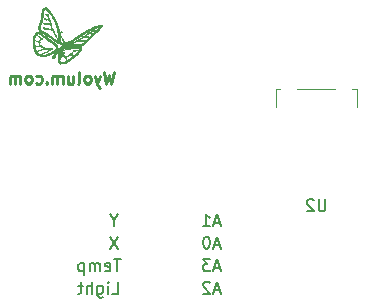
<source format=gbo>
G04 #@! TF.FileFunction,Legend,Bot*
%FSLAX46Y46*%
G04 Gerber Fmt 4.6, Leading zero omitted, Abs format (unit mm)*
G04 Created by KiCad (PCBNEW 4.0.7-e2-6376~58~ubuntu16.04.1) date Tue Sep  5 18:57:24 2017*
%MOMM*%
%LPD*%
G01*
G04 APERTURE LIST*
%ADD10C,0.100000*%
%ADD11C,0.200000*%
%ADD12C,0.250000*%
%ADD13C,0.010000*%
%ADD14C,0.120000*%
%ADD15C,0.150000*%
%ADD16O,1.727200X2.032000*%
%ADD17R,1.700000X1.700000*%
%ADD18O,1.700000X1.700000*%
%ADD19R,2.000000X3.500000*%
%ADD20R,7.000000X7.000000*%
%ADD21R,0.600000X0.152400*%
%ADD22R,1.500000X1.300000*%
%ADD23R,1.524000X1.524000*%
%ADD24C,1.600000*%
%ADD25C,3.175000*%
%ADD26C,2.400000*%
%ADD27R,2.400000X2.400000*%
G04 APERTURE END LIST*
D10*
D11*
X133786333Y-115022381D02*
X133214904Y-115022381D01*
X133500619Y-116022381D02*
X133500619Y-115022381D01*
X132500618Y-115974762D02*
X132595856Y-116022381D01*
X132786333Y-116022381D01*
X132881571Y-115974762D01*
X132929190Y-115879524D01*
X132929190Y-115498571D01*
X132881571Y-115403333D01*
X132786333Y-115355714D01*
X132595856Y-115355714D01*
X132500618Y-115403333D01*
X132452999Y-115498571D01*
X132452999Y-115593810D01*
X132929190Y-115689048D01*
X132024428Y-116022381D02*
X132024428Y-115355714D01*
X132024428Y-115450952D02*
X131976809Y-115403333D01*
X131881571Y-115355714D01*
X131738713Y-115355714D01*
X131643475Y-115403333D01*
X131595856Y-115498571D01*
X131595856Y-116022381D01*
X131595856Y-115498571D02*
X131548237Y-115403333D01*
X131452999Y-115355714D01*
X131310142Y-115355714D01*
X131214904Y-115403333D01*
X131167285Y-115498571D01*
X131167285Y-116022381D01*
X130691095Y-115355714D02*
X130691095Y-116355714D01*
X130691095Y-115403333D02*
X130595857Y-115355714D01*
X130405380Y-115355714D01*
X130310142Y-115403333D01*
X130262523Y-115450952D01*
X130214904Y-115546190D01*
X130214904Y-115831905D01*
X130262523Y-115927143D01*
X130310142Y-115974762D01*
X130405380Y-116022381D01*
X130595857Y-116022381D01*
X130691095Y-115974762D01*
X133072047Y-117927381D02*
X133548238Y-117927381D01*
X133548238Y-116927381D01*
X132738714Y-117927381D02*
X132738714Y-117260714D01*
X132738714Y-116927381D02*
X132786333Y-116975000D01*
X132738714Y-117022619D01*
X132691095Y-116975000D01*
X132738714Y-116927381D01*
X132738714Y-117022619D01*
X131833952Y-117260714D02*
X131833952Y-118070238D01*
X131881571Y-118165476D01*
X131929190Y-118213095D01*
X132024429Y-118260714D01*
X132167286Y-118260714D01*
X132262524Y-118213095D01*
X131833952Y-117879762D02*
X131929190Y-117927381D01*
X132119667Y-117927381D01*
X132214905Y-117879762D01*
X132262524Y-117832143D01*
X132310143Y-117736905D01*
X132310143Y-117451190D01*
X132262524Y-117355952D01*
X132214905Y-117308333D01*
X132119667Y-117260714D01*
X131929190Y-117260714D01*
X131833952Y-117308333D01*
X131357762Y-117927381D02*
X131357762Y-116927381D01*
X130929190Y-117927381D02*
X130929190Y-117403571D01*
X130976809Y-117308333D01*
X131072047Y-117260714D01*
X131214905Y-117260714D01*
X131310143Y-117308333D01*
X131357762Y-117355952D01*
X130595857Y-117260714D02*
X130214905Y-117260714D01*
X130453000Y-116927381D02*
X130453000Y-117784524D01*
X130405381Y-117879762D01*
X130310143Y-117927381D01*
X130214905Y-117927381D01*
X133223000Y-111736190D02*
X133223000Y-112212381D01*
X133556333Y-111212381D02*
X133223000Y-111736190D01*
X132889666Y-111212381D01*
X133556333Y-113117381D02*
X132889666Y-114117381D01*
X132889666Y-113117381D02*
X133556333Y-114117381D01*
X142192286Y-113831667D02*
X141716095Y-113831667D01*
X142287524Y-114117381D02*
X141954191Y-113117381D01*
X141620857Y-114117381D01*
X141097048Y-113117381D02*
X141001809Y-113117381D01*
X140906571Y-113165000D01*
X140858952Y-113212619D01*
X140811333Y-113307857D01*
X140763714Y-113498333D01*
X140763714Y-113736429D01*
X140811333Y-113926905D01*
X140858952Y-114022143D01*
X140906571Y-114069762D01*
X141001809Y-114117381D01*
X141097048Y-114117381D01*
X141192286Y-114069762D01*
X141239905Y-114022143D01*
X141287524Y-113926905D01*
X141335143Y-113736429D01*
X141335143Y-113498333D01*
X141287524Y-113307857D01*
X141239905Y-113212619D01*
X141192286Y-113165000D01*
X141097048Y-113117381D01*
X142192286Y-111926667D02*
X141716095Y-111926667D01*
X142287524Y-112212381D02*
X141954191Y-111212381D01*
X141620857Y-112212381D01*
X140763714Y-112212381D02*
X141335143Y-112212381D01*
X141049429Y-112212381D02*
X141049429Y-111212381D01*
X141144667Y-111355238D01*
X141239905Y-111450476D01*
X141335143Y-111498095D01*
X142192286Y-117641667D02*
X141716095Y-117641667D01*
X142287524Y-117927381D02*
X141954191Y-116927381D01*
X141620857Y-117927381D01*
X141335143Y-117022619D02*
X141287524Y-116975000D01*
X141192286Y-116927381D01*
X140954190Y-116927381D01*
X140858952Y-116975000D01*
X140811333Y-117022619D01*
X140763714Y-117117857D01*
X140763714Y-117213095D01*
X140811333Y-117355952D01*
X141382762Y-117927381D01*
X140763714Y-117927381D01*
X142192286Y-115736667D02*
X141716095Y-115736667D01*
X142287524Y-116022381D02*
X141954191Y-115022381D01*
X141620857Y-116022381D01*
X141382762Y-115022381D02*
X140763714Y-115022381D01*
X141097048Y-115403333D01*
X140954190Y-115403333D01*
X140858952Y-115450952D01*
X140811333Y-115498571D01*
X140763714Y-115593810D01*
X140763714Y-115831905D01*
X140811333Y-115927143D01*
X140858952Y-115974762D01*
X140954190Y-116022381D01*
X141239905Y-116022381D01*
X141335143Y-115974762D01*
X141382762Y-115927143D01*
D12*
X133206571Y-99147381D02*
X132968476Y-100147381D01*
X132777999Y-99433095D01*
X132587523Y-100147381D01*
X132349428Y-99147381D01*
X132063714Y-99480714D02*
X131825619Y-100147381D01*
X131587523Y-99480714D02*
X131825619Y-100147381D01*
X131920857Y-100385476D01*
X131968476Y-100433095D01*
X132063714Y-100480714D01*
X131063714Y-100147381D02*
X131158952Y-100099762D01*
X131206571Y-100052143D01*
X131254190Y-99956905D01*
X131254190Y-99671190D01*
X131206571Y-99575952D01*
X131158952Y-99528333D01*
X131063714Y-99480714D01*
X130920856Y-99480714D01*
X130825618Y-99528333D01*
X130777999Y-99575952D01*
X130730380Y-99671190D01*
X130730380Y-99956905D01*
X130777999Y-100052143D01*
X130825618Y-100099762D01*
X130920856Y-100147381D01*
X131063714Y-100147381D01*
X130158952Y-100147381D02*
X130254190Y-100099762D01*
X130301809Y-100004524D01*
X130301809Y-99147381D01*
X129349427Y-99480714D02*
X129349427Y-100147381D01*
X129777999Y-99480714D02*
X129777999Y-100004524D01*
X129730380Y-100099762D01*
X129635142Y-100147381D01*
X129492284Y-100147381D01*
X129397046Y-100099762D01*
X129349427Y-100052143D01*
X128873237Y-100147381D02*
X128873237Y-99480714D01*
X128873237Y-99575952D02*
X128825618Y-99528333D01*
X128730380Y-99480714D01*
X128587522Y-99480714D01*
X128492284Y-99528333D01*
X128444665Y-99623571D01*
X128444665Y-100147381D01*
X128444665Y-99623571D02*
X128397046Y-99528333D01*
X128301808Y-99480714D01*
X128158951Y-99480714D01*
X128063713Y-99528333D01*
X128016094Y-99623571D01*
X128016094Y-100147381D01*
X127539904Y-100052143D02*
X127492285Y-100099762D01*
X127539904Y-100147381D01*
X127587523Y-100099762D01*
X127539904Y-100052143D01*
X127539904Y-100147381D01*
X126635142Y-100099762D02*
X126730380Y-100147381D01*
X126920857Y-100147381D01*
X127016095Y-100099762D01*
X127063714Y-100052143D01*
X127111333Y-99956905D01*
X127111333Y-99671190D01*
X127063714Y-99575952D01*
X127016095Y-99528333D01*
X126920857Y-99480714D01*
X126730380Y-99480714D01*
X126635142Y-99528333D01*
X126063714Y-100147381D02*
X126158952Y-100099762D01*
X126206571Y-100052143D01*
X126254190Y-99956905D01*
X126254190Y-99671190D01*
X126206571Y-99575952D01*
X126158952Y-99528333D01*
X126063714Y-99480714D01*
X125920856Y-99480714D01*
X125825618Y-99528333D01*
X125777999Y-99575952D01*
X125730380Y-99671190D01*
X125730380Y-99956905D01*
X125777999Y-100052143D01*
X125825618Y-100099762D01*
X125920856Y-100147381D01*
X126063714Y-100147381D01*
X125301809Y-100147381D02*
X125301809Y-99480714D01*
X125301809Y-99575952D02*
X125254190Y-99528333D01*
X125158952Y-99480714D01*
X125016094Y-99480714D01*
X124920856Y-99528333D01*
X124873237Y-99623571D01*
X124873237Y-100147381D01*
X124873237Y-99623571D02*
X124825618Y-99528333D01*
X124730380Y-99480714D01*
X124587523Y-99480714D01*
X124492285Y-99528333D01*
X124444666Y-99623571D01*
X124444666Y-100147381D01*
D13*
G36*
X130258038Y-96996685D02*
X130155462Y-97010389D01*
X130097692Y-97016512D01*
X130008035Y-97022992D01*
X129893672Y-97029451D01*
X129761787Y-97035515D01*
X129619562Y-97040808D01*
X129514349Y-97043942D01*
X129010005Y-97057308D01*
X128898887Y-97168117D01*
X128831751Y-97234279D01*
X128750618Y-97313091D01*
X128670001Y-97390481D01*
X128646999Y-97412348D01*
X128506228Y-97545769D01*
X128492818Y-97864136D01*
X128488015Y-97982552D01*
X128485598Y-98069902D01*
X128486291Y-98134160D01*
X128490820Y-98183303D01*
X128499911Y-98225305D01*
X128514287Y-98268140D01*
X128534118Y-98318405D01*
X128557888Y-98377051D01*
X128578661Y-98417043D01*
X128603790Y-98441028D01*
X128640626Y-98451650D01*
X128696521Y-98451555D01*
X128778828Y-98443389D01*
X128856154Y-98434280D01*
X128940012Y-98422378D01*
X129023320Y-98407271D01*
X129071077Y-98396455D01*
X129144741Y-98377272D01*
X129217697Y-98358319D01*
X129232898Y-98354378D01*
X129292660Y-98327217D01*
X129368953Y-98274533D01*
X129437650Y-98216647D01*
X129442934Y-98212158D01*
X129239757Y-98212158D01*
X129238989Y-98214755D01*
X129211376Y-98227385D01*
X129154785Y-98244064D01*
X129078835Y-98262728D01*
X128993145Y-98281316D01*
X128907334Y-98297764D01*
X128831020Y-98310009D01*
X128773822Y-98315989D01*
X128765717Y-98316250D01*
X128705819Y-98315229D01*
X128672166Y-98305988D01*
X128651977Y-98282242D01*
X128639182Y-98254039D01*
X128614540Y-98174062D01*
X128614544Y-98102445D01*
X128641379Y-98029445D01*
X128697227Y-97945317D01*
X128712825Y-97925351D01*
X128767420Y-97860067D01*
X128808399Y-97820885D01*
X128843822Y-97801391D01*
X128875975Y-97795483D01*
X128938430Y-97798455D01*
X128982362Y-97814046D01*
X129000259Y-97838167D01*
X128992503Y-97858891D01*
X128978988Y-97893700D01*
X129000203Y-97917766D01*
X129052336Y-97926769D01*
X129052446Y-97926769D01*
X129083105Y-97930276D01*
X129107991Y-97945595D01*
X129133696Y-97979926D01*
X129166817Y-98040470D01*
X129179547Y-98065541D01*
X129210969Y-98131569D01*
X129232233Y-98183440D01*
X129239757Y-98212158D01*
X129442934Y-98212158D01*
X129518538Y-98147937D01*
X129614605Y-98073049D01*
X129707625Y-98006077D01*
X129725214Y-97994240D01*
X129829029Y-97918363D01*
X129939895Y-97822846D01*
X130014292Y-97750267D01*
X129818176Y-97750267D01*
X129804420Y-97769715D01*
X129801150Y-97773356D01*
X129771942Y-97799443D01*
X129718759Y-97841466D01*
X129649762Y-97893130D01*
X129589343Y-97936693D01*
X129510294Y-97994431D01*
X129437534Y-98050613D01*
X129380585Y-98097723D01*
X129354539Y-98121993D01*
X129314493Y-98158818D01*
X129282986Y-98179282D01*
X129276769Y-98180769D01*
X129258193Y-98164480D01*
X129229386Y-98121590D01*
X129196303Y-98061063D01*
X129193468Y-98055360D01*
X129161854Y-97988217D01*
X129147337Y-97946539D01*
X129147969Y-97921668D01*
X129159967Y-97906429D01*
X129184244Y-97873346D01*
X129184871Y-97870712D01*
X129127366Y-97870712D01*
X129112562Y-97886550D01*
X129109606Y-97888444D01*
X129070165Y-97905830D01*
X129046007Y-97894031D01*
X129042604Y-97889042D01*
X129043454Y-97865783D01*
X129069579Y-97853314D01*
X129105657Y-97857704D01*
X129127366Y-97870712D01*
X129184871Y-97870712D01*
X129188308Y-97856274D01*
X129205214Y-97832403D01*
X129249056Y-97801742D01*
X129309521Y-97769308D01*
X129376297Y-97740121D01*
X129439069Y-97719198D01*
X129485712Y-97711547D01*
X129538464Y-97706492D01*
X129575809Y-97694743D01*
X129575974Y-97694639D01*
X129609838Y-97689867D01*
X129669573Y-97696728D01*
X129718322Y-97707287D01*
X129781342Y-97724012D01*
X129812555Y-97736686D01*
X129818176Y-97750267D01*
X130014292Y-97750267D01*
X130061876Y-97703846D01*
X130199035Y-97557518D01*
X130266961Y-97481536D01*
X130348759Y-97376028D01*
X130374577Y-97327858D01*
X130215796Y-97327858D01*
X130213990Y-97341723D01*
X130210624Y-97348173D01*
X130184994Y-97382760D01*
X130139924Y-97433300D01*
X130082068Y-97493363D01*
X130018078Y-97556519D01*
X129954609Y-97616337D01*
X129898314Y-97666388D01*
X129855847Y-97700240D01*
X129834635Y-97711550D01*
X129797132Y-97705909D01*
X129741553Y-97692215D01*
X129724072Y-97687127D01*
X129665993Y-97664473D01*
X129646644Y-97653231D01*
X129559538Y-97653231D01*
X129542818Y-97667918D01*
X129510692Y-97672769D01*
X129473974Y-97666081D01*
X129461846Y-97653231D01*
X129478567Y-97638543D01*
X129510692Y-97633692D01*
X129547411Y-97640381D01*
X129559538Y-97653231D01*
X129646644Y-97653231D01*
X129620699Y-97638158D01*
X129613172Y-97631650D01*
X129599965Y-97613755D01*
X129601325Y-97593833D01*
X129621266Y-97564794D01*
X129663805Y-97519554D01*
X129693436Y-97489996D01*
X129767886Y-97422756D01*
X129824071Y-97386954D01*
X129854159Y-97379692D01*
X129899282Y-97372694D01*
X129922403Y-97360705D01*
X129950078Y-97349730D01*
X130005375Y-97338458D01*
X130076921Y-97329150D01*
X130085299Y-97328342D01*
X130141895Y-97323635D01*
X129889366Y-97323635D01*
X129874562Y-97339473D01*
X129871606Y-97341367D01*
X129830820Y-97358000D01*
X129801049Y-97355003D01*
X129794000Y-97341769D01*
X129809870Y-97314176D01*
X129847016Y-97305868D01*
X129867657Y-97310628D01*
X129889366Y-97323635D01*
X130141895Y-97323635D01*
X130158380Y-97322264D01*
X130199570Y-97321737D01*
X130215796Y-97327858D01*
X130374577Y-97327858D01*
X130407284Y-97266838D01*
X130428108Y-97214321D01*
X130455293Y-97131124D01*
X130313945Y-97131124D01*
X130313508Y-97154291D01*
X130298251Y-97198275D01*
X130289488Y-97217385D01*
X130269309Y-97255679D01*
X130248299Y-97278780D01*
X130216028Y-97291757D01*
X130162068Y-97299677D01*
X130110107Y-97304542D01*
X130012778Y-97309200D01*
X129946681Y-97302372D01*
X129919138Y-97292452D01*
X129855603Y-97277079D01*
X129808184Y-97280636D01*
X129763609Y-97295799D01*
X129746744Y-97323335D01*
X129745154Y-97345594D01*
X129731277Y-97386941D01*
X129695523Y-97441031D01*
X129646706Y-97498326D01*
X129593642Y-97549287D01*
X129545144Y-97584376D01*
X129515027Y-97594616D01*
X129465598Y-97603877D01*
X129426096Y-97626312D01*
X129408886Y-97653896D01*
X129410168Y-97662666D01*
X129399834Y-97685464D01*
X129361653Y-97716097D01*
X129304795Y-97749878D01*
X129238430Y-97782124D01*
X129171729Y-97808150D01*
X129113861Y-97823270D01*
X129091871Y-97825278D01*
X129038182Y-97820005D01*
X129000118Y-97806997D01*
X128997808Y-97805301D01*
X128977100Y-97770112D01*
X128973385Y-97746702D01*
X128973242Y-97746390D01*
X128906678Y-97746390D01*
X128904166Y-97752273D01*
X128875317Y-97769114D01*
X128840132Y-97763942D01*
X128828112Y-97752971D01*
X128832788Y-97733877D01*
X128859245Y-97720305D01*
X128890239Y-97719748D01*
X128897313Y-97722902D01*
X128906678Y-97746390D01*
X128973242Y-97746390D01*
X128956563Y-97710183D01*
X128934308Y-97697969D01*
X128907855Y-97677333D01*
X128897205Y-97648388D01*
X128876622Y-97648388D01*
X128860246Y-97682312D01*
X128831731Y-97695834D01*
X128796442Y-97713231D01*
X128781399Y-97758048D01*
X128781239Y-97759412D01*
X128765275Y-97806511D01*
X128731275Y-97865985D01*
X128703085Y-97904301D01*
X128631462Y-97991855D01*
X128625659Y-97848794D01*
X128624073Y-97775176D01*
X128625334Y-97715439D01*
X128629162Y-97681642D01*
X128629592Y-97680365D01*
X128656202Y-97651396D01*
X128706097Y-97621107D01*
X128764345Y-97596325D01*
X128816012Y-97583879D01*
X128837727Y-97585199D01*
X128869404Y-97610679D01*
X128876622Y-97648388D01*
X128897205Y-97648388D01*
X128895175Y-97642871D01*
X128898297Y-97610130D01*
X128919255Y-97594657D01*
X128920804Y-97594616D01*
X128955973Y-97583801D01*
X128983567Y-97567422D01*
X129008473Y-97542325D01*
X129006663Y-97536000D01*
X128944077Y-97536000D01*
X128916519Y-97552414D01*
X128894078Y-97555539D01*
X128862960Y-97547134D01*
X128856154Y-97536000D01*
X128872909Y-97521437D01*
X128906153Y-97516462D01*
X128939396Y-97522664D01*
X128944077Y-97536000D01*
X129006663Y-97536000D01*
X129001302Y-97517267D01*
X128994678Y-97508807D01*
X128949421Y-97481663D01*
X128890723Y-97480666D01*
X128833095Y-97504659D01*
X128811259Y-97523429D01*
X128768141Y-97561063D01*
X128716435Y-97594895D01*
X128667478Y-97618827D01*
X128632604Y-97626760D01*
X128624779Y-97623753D01*
X128633855Y-97606778D01*
X128667242Y-97568220D01*
X128720410Y-97512864D01*
X128788828Y-97445493D01*
X128836121Y-97400537D01*
X129060283Y-97190141D01*
X129441796Y-97177415D01*
X129581132Y-97171938D01*
X129726802Y-97164783D01*
X129866741Y-97156638D01*
X129988887Y-97148192D01*
X130062688Y-97141968D01*
X130155360Y-97134171D01*
X130233344Y-97129493D01*
X130288731Y-97128276D01*
X130313614Y-97130860D01*
X130313945Y-97131124D01*
X130455293Y-97131124D01*
X130456796Y-97126526D01*
X130467192Y-97062722D01*
X130455905Y-97020372D01*
X130419544Y-96996940D01*
X130354719Y-96989889D01*
X130258038Y-96996685D01*
X130258038Y-96996685D01*
G37*
X130258038Y-96996685D02*
X130155462Y-97010389D01*
X130097692Y-97016512D01*
X130008035Y-97022992D01*
X129893672Y-97029451D01*
X129761787Y-97035515D01*
X129619562Y-97040808D01*
X129514349Y-97043942D01*
X129010005Y-97057308D01*
X128898887Y-97168117D01*
X128831751Y-97234279D01*
X128750618Y-97313091D01*
X128670001Y-97390481D01*
X128646999Y-97412348D01*
X128506228Y-97545769D01*
X128492818Y-97864136D01*
X128488015Y-97982552D01*
X128485598Y-98069902D01*
X128486291Y-98134160D01*
X128490820Y-98183303D01*
X128499911Y-98225305D01*
X128514287Y-98268140D01*
X128534118Y-98318405D01*
X128557888Y-98377051D01*
X128578661Y-98417043D01*
X128603790Y-98441028D01*
X128640626Y-98451650D01*
X128696521Y-98451555D01*
X128778828Y-98443389D01*
X128856154Y-98434280D01*
X128940012Y-98422378D01*
X129023320Y-98407271D01*
X129071077Y-98396455D01*
X129144741Y-98377272D01*
X129217697Y-98358319D01*
X129232898Y-98354378D01*
X129292660Y-98327217D01*
X129368953Y-98274533D01*
X129437650Y-98216647D01*
X129442934Y-98212158D01*
X129239757Y-98212158D01*
X129238989Y-98214755D01*
X129211376Y-98227385D01*
X129154785Y-98244064D01*
X129078835Y-98262728D01*
X128993145Y-98281316D01*
X128907334Y-98297764D01*
X128831020Y-98310009D01*
X128773822Y-98315989D01*
X128765717Y-98316250D01*
X128705819Y-98315229D01*
X128672166Y-98305988D01*
X128651977Y-98282242D01*
X128639182Y-98254039D01*
X128614540Y-98174062D01*
X128614544Y-98102445D01*
X128641379Y-98029445D01*
X128697227Y-97945317D01*
X128712825Y-97925351D01*
X128767420Y-97860067D01*
X128808399Y-97820885D01*
X128843822Y-97801391D01*
X128875975Y-97795483D01*
X128938430Y-97798455D01*
X128982362Y-97814046D01*
X129000259Y-97838167D01*
X128992503Y-97858891D01*
X128978988Y-97893700D01*
X129000203Y-97917766D01*
X129052336Y-97926769D01*
X129052446Y-97926769D01*
X129083105Y-97930276D01*
X129107991Y-97945595D01*
X129133696Y-97979926D01*
X129166817Y-98040470D01*
X129179547Y-98065541D01*
X129210969Y-98131569D01*
X129232233Y-98183440D01*
X129239757Y-98212158D01*
X129442934Y-98212158D01*
X129518538Y-98147937D01*
X129614605Y-98073049D01*
X129707625Y-98006077D01*
X129725214Y-97994240D01*
X129829029Y-97918363D01*
X129939895Y-97822846D01*
X130014292Y-97750267D01*
X129818176Y-97750267D01*
X129804420Y-97769715D01*
X129801150Y-97773356D01*
X129771942Y-97799443D01*
X129718759Y-97841466D01*
X129649762Y-97893130D01*
X129589343Y-97936693D01*
X129510294Y-97994431D01*
X129437534Y-98050613D01*
X129380585Y-98097723D01*
X129354539Y-98121993D01*
X129314493Y-98158818D01*
X129282986Y-98179282D01*
X129276769Y-98180769D01*
X129258193Y-98164480D01*
X129229386Y-98121590D01*
X129196303Y-98061063D01*
X129193468Y-98055360D01*
X129161854Y-97988217D01*
X129147337Y-97946539D01*
X129147969Y-97921668D01*
X129159967Y-97906429D01*
X129184244Y-97873346D01*
X129184871Y-97870712D01*
X129127366Y-97870712D01*
X129112562Y-97886550D01*
X129109606Y-97888444D01*
X129070165Y-97905830D01*
X129046007Y-97894031D01*
X129042604Y-97889042D01*
X129043454Y-97865783D01*
X129069579Y-97853314D01*
X129105657Y-97857704D01*
X129127366Y-97870712D01*
X129184871Y-97870712D01*
X129188308Y-97856274D01*
X129205214Y-97832403D01*
X129249056Y-97801742D01*
X129309521Y-97769308D01*
X129376297Y-97740121D01*
X129439069Y-97719198D01*
X129485712Y-97711547D01*
X129538464Y-97706492D01*
X129575809Y-97694743D01*
X129575974Y-97694639D01*
X129609838Y-97689867D01*
X129669573Y-97696728D01*
X129718322Y-97707287D01*
X129781342Y-97724012D01*
X129812555Y-97736686D01*
X129818176Y-97750267D01*
X130014292Y-97750267D01*
X130061876Y-97703846D01*
X130199035Y-97557518D01*
X130266961Y-97481536D01*
X130348759Y-97376028D01*
X130374577Y-97327858D01*
X130215796Y-97327858D01*
X130213990Y-97341723D01*
X130210624Y-97348173D01*
X130184994Y-97382760D01*
X130139924Y-97433300D01*
X130082068Y-97493363D01*
X130018078Y-97556519D01*
X129954609Y-97616337D01*
X129898314Y-97666388D01*
X129855847Y-97700240D01*
X129834635Y-97711550D01*
X129797132Y-97705909D01*
X129741553Y-97692215D01*
X129724072Y-97687127D01*
X129665993Y-97664473D01*
X129646644Y-97653231D01*
X129559538Y-97653231D01*
X129542818Y-97667918D01*
X129510692Y-97672769D01*
X129473974Y-97666081D01*
X129461846Y-97653231D01*
X129478567Y-97638543D01*
X129510692Y-97633692D01*
X129547411Y-97640381D01*
X129559538Y-97653231D01*
X129646644Y-97653231D01*
X129620699Y-97638158D01*
X129613172Y-97631650D01*
X129599965Y-97613755D01*
X129601325Y-97593833D01*
X129621266Y-97564794D01*
X129663805Y-97519554D01*
X129693436Y-97489996D01*
X129767886Y-97422756D01*
X129824071Y-97386954D01*
X129854159Y-97379692D01*
X129899282Y-97372694D01*
X129922403Y-97360705D01*
X129950078Y-97349730D01*
X130005375Y-97338458D01*
X130076921Y-97329150D01*
X130085299Y-97328342D01*
X130141895Y-97323635D01*
X129889366Y-97323635D01*
X129874562Y-97339473D01*
X129871606Y-97341367D01*
X129830820Y-97358000D01*
X129801049Y-97355003D01*
X129794000Y-97341769D01*
X129809870Y-97314176D01*
X129847016Y-97305868D01*
X129867657Y-97310628D01*
X129889366Y-97323635D01*
X130141895Y-97323635D01*
X130158380Y-97322264D01*
X130199570Y-97321737D01*
X130215796Y-97327858D01*
X130374577Y-97327858D01*
X130407284Y-97266838D01*
X130428108Y-97214321D01*
X130455293Y-97131124D01*
X130313945Y-97131124D01*
X130313508Y-97154291D01*
X130298251Y-97198275D01*
X130289488Y-97217385D01*
X130269309Y-97255679D01*
X130248299Y-97278780D01*
X130216028Y-97291757D01*
X130162068Y-97299677D01*
X130110107Y-97304542D01*
X130012778Y-97309200D01*
X129946681Y-97302372D01*
X129919138Y-97292452D01*
X129855603Y-97277079D01*
X129808184Y-97280636D01*
X129763609Y-97295799D01*
X129746744Y-97323335D01*
X129745154Y-97345594D01*
X129731277Y-97386941D01*
X129695523Y-97441031D01*
X129646706Y-97498326D01*
X129593642Y-97549287D01*
X129545144Y-97584376D01*
X129515027Y-97594616D01*
X129465598Y-97603877D01*
X129426096Y-97626312D01*
X129408886Y-97653896D01*
X129410168Y-97662666D01*
X129399834Y-97685464D01*
X129361653Y-97716097D01*
X129304795Y-97749878D01*
X129238430Y-97782124D01*
X129171729Y-97808150D01*
X129113861Y-97823270D01*
X129091871Y-97825278D01*
X129038182Y-97820005D01*
X129000118Y-97806997D01*
X128997808Y-97805301D01*
X128977100Y-97770112D01*
X128973385Y-97746702D01*
X128973242Y-97746390D01*
X128906678Y-97746390D01*
X128904166Y-97752273D01*
X128875317Y-97769114D01*
X128840132Y-97763942D01*
X128828112Y-97752971D01*
X128832788Y-97733877D01*
X128859245Y-97720305D01*
X128890239Y-97719748D01*
X128897313Y-97722902D01*
X128906678Y-97746390D01*
X128973242Y-97746390D01*
X128956563Y-97710183D01*
X128934308Y-97697969D01*
X128907855Y-97677333D01*
X128897205Y-97648388D01*
X128876622Y-97648388D01*
X128860246Y-97682312D01*
X128831731Y-97695834D01*
X128796442Y-97713231D01*
X128781399Y-97758048D01*
X128781239Y-97759412D01*
X128765275Y-97806511D01*
X128731275Y-97865985D01*
X128703085Y-97904301D01*
X128631462Y-97991855D01*
X128625659Y-97848794D01*
X128624073Y-97775176D01*
X128625334Y-97715439D01*
X128629162Y-97681642D01*
X128629592Y-97680365D01*
X128656202Y-97651396D01*
X128706097Y-97621107D01*
X128764345Y-97596325D01*
X128816012Y-97583879D01*
X128837727Y-97585199D01*
X128869404Y-97610679D01*
X128876622Y-97648388D01*
X128897205Y-97648388D01*
X128895175Y-97642871D01*
X128898297Y-97610130D01*
X128919255Y-97594657D01*
X128920804Y-97594616D01*
X128955973Y-97583801D01*
X128983567Y-97567422D01*
X129008473Y-97542325D01*
X129006663Y-97536000D01*
X128944077Y-97536000D01*
X128916519Y-97552414D01*
X128894078Y-97555539D01*
X128862960Y-97547134D01*
X128856154Y-97536000D01*
X128872909Y-97521437D01*
X128906153Y-97516462D01*
X128939396Y-97522664D01*
X128944077Y-97536000D01*
X129006663Y-97536000D01*
X129001302Y-97517267D01*
X128994678Y-97508807D01*
X128949421Y-97481663D01*
X128890723Y-97480666D01*
X128833095Y-97504659D01*
X128811259Y-97523429D01*
X128768141Y-97561063D01*
X128716435Y-97594895D01*
X128667478Y-97618827D01*
X128632604Y-97626760D01*
X128624779Y-97623753D01*
X128633855Y-97606778D01*
X128667242Y-97568220D01*
X128720410Y-97512864D01*
X128788828Y-97445493D01*
X128836121Y-97400537D01*
X129060283Y-97190141D01*
X129441796Y-97177415D01*
X129581132Y-97171938D01*
X129726802Y-97164783D01*
X129866741Y-97156638D01*
X129988887Y-97148192D01*
X130062688Y-97141968D01*
X130155360Y-97134171D01*
X130233344Y-97129493D01*
X130288731Y-97128276D01*
X130313614Y-97130860D01*
X130313945Y-97131124D01*
X130455293Y-97131124D01*
X130456796Y-97126526D01*
X130467192Y-97062722D01*
X130455905Y-97020372D01*
X130419544Y-96996940D01*
X130354719Y-96989889D01*
X130258038Y-96996685D01*
G36*
X127333517Y-93727996D02*
X127271157Y-93746680D01*
X127229909Y-93770256D01*
X127195846Y-93809491D01*
X127165142Y-93858164D01*
X127138862Y-93904547D01*
X127120772Y-93946273D01*
X127108816Y-93992955D01*
X127100935Y-94054208D01*
X127095073Y-94139647D01*
X127091980Y-94200087D01*
X127083175Y-94335967D01*
X127069607Y-94457653D01*
X127049206Y-94575041D01*
X127019905Y-94698025D01*
X126979634Y-94836500D01*
X126926326Y-95000361D01*
X126922027Y-95013117D01*
X126871130Y-95175117D01*
X126838452Y-95308101D01*
X126823421Y-95417317D01*
X126825461Y-95508010D01*
X126843999Y-95585425D01*
X126856211Y-95614496D01*
X126881020Y-95657203D01*
X126916019Y-95697350D01*
X126966637Y-95739058D01*
X127038309Y-95786449D01*
X127136464Y-95843646D01*
X127215689Y-95887301D01*
X127324576Y-95947817D01*
X127430820Y-96009966D01*
X127540152Y-96077453D01*
X127658304Y-96153982D01*
X127791008Y-96243258D01*
X127943994Y-96348987D01*
X128104966Y-96462123D01*
X128232722Y-96551383D01*
X128334913Y-96620093D01*
X128416968Y-96671498D01*
X128484320Y-96708844D01*
X128542400Y-96735374D01*
X128591516Y-96752773D01*
X128657505Y-96772310D01*
X128706721Y-96785285D01*
X128729444Y-96789158D01*
X128729895Y-96788937D01*
X128728460Y-96768958D01*
X128721731Y-96716474D01*
X128710568Y-96637568D01*
X128706055Y-96607170D01*
X128581031Y-96607170D01*
X128575717Y-96611170D01*
X128558189Y-96588385D01*
X128542012Y-96561051D01*
X128510620Y-96503963D01*
X128466676Y-96422114D01*
X128412841Y-96320498D01*
X128351778Y-96204108D01*
X128287839Y-96081204D01*
X128222954Y-95954933D01*
X128163889Y-95838005D01*
X128113126Y-95735495D01*
X128073148Y-95652477D01*
X128046438Y-95594025D01*
X128035538Y-95565525D01*
X128022863Y-95540058D01*
X127972670Y-95540058D01*
X127966899Y-95559471D01*
X127946600Y-95559597D01*
X127912334Y-95540858D01*
X127903023Y-95526557D01*
X127908794Y-95507145D01*
X127929092Y-95507019D01*
X127963359Y-95525758D01*
X127972670Y-95540058D01*
X128022863Y-95540058D01*
X128012673Y-95519584D01*
X127986692Y-95496320D01*
X127955174Y-95476135D01*
X127934245Y-95451430D01*
X127918997Y-95412145D01*
X127904520Y-95348214D01*
X127898068Y-95314670D01*
X127886292Y-95239941D01*
X127885635Y-95193315D01*
X127896082Y-95165438D01*
X127897831Y-95163208D01*
X127908849Y-95136104D01*
X127901957Y-95124551D01*
X127857419Y-95124551D01*
X127849103Y-95131330D01*
X127826653Y-95132148D01*
X127787667Y-95125246D01*
X127772604Y-95114581D01*
X127769970Y-95091818D01*
X127791626Y-95085782D01*
X127825569Y-95098704D01*
X127832391Y-95103466D01*
X127857419Y-95124551D01*
X127901957Y-95124551D01*
X127890415Y-95105206D01*
X127882131Y-95096593D01*
X127864342Y-95067303D01*
X127383816Y-95067303D01*
X127363564Y-95073993D01*
X127354085Y-95074154D01*
X127320396Y-95062487D01*
X127312615Y-95044846D01*
X127321894Y-95018827D01*
X127329762Y-95015539D01*
X127355225Y-95028906D01*
X127371231Y-95044846D01*
X127383816Y-95067303D01*
X127864342Y-95067303D01*
X127857545Y-95056112D01*
X127836909Y-94994761D01*
X127822517Y-94925290D01*
X127816664Y-94860447D01*
X127821643Y-94812983D01*
X127828747Y-94799917D01*
X127834278Y-94776222D01*
X127832730Y-94774226D01*
X127774585Y-94774226D01*
X127754333Y-94780916D01*
X127744854Y-94781077D01*
X127711165Y-94769410D01*
X127703385Y-94751769D01*
X127712663Y-94725750D01*
X127720531Y-94722462D01*
X127745994Y-94735829D01*
X127762000Y-94751769D01*
X127774585Y-94774226D01*
X127832730Y-94774226D01*
X127808253Y-94742679D01*
X127796451Y-94732031D01*
X127763131Y-94690107D01*
X127724667Y-94622567D01*
X127686370Y-94541450D01*
X127653550Y-94458793D01*
X127631520Y-94386633D01*
X127625231Y-94343981D01*
X127607468Y-94289597D01*
X127542823Y-94289597D01*
X127537053Y-94309009D01*
X127516754Y-94309135D01*
X127482488Y-94290396D01*
X127473177Y-94276096D01*
X127478948Y-94256683D01*
X127499246Y-94256557D01*
X127533512Y-94275296D01*
X127542823Y-94289597D01*
X127607468Y-94289597D01*
X127607053Y-94288328D01*
X127556961Y-94245016D01*
X127492365Y-94222081D01*
X127444881Y-94218415D01*
X127421408Y-94234672D01*
X127418192Y-94241636D01*
X127419929Y-94285145D01*
X127457951Y-94323574D01*
X127527281Y-94353462D01*
X127564366Y-94366985D01*
X127591169Y-94386647D01*
X127614086Y-94420960D01*
X127639510Y-94478433D01*
X127659170Y-94528993D01*
X127717799Y-94682575D01*
X127652970Y-94694737D01*
X127600626Y-94696533D01*
X127595528Y-94695125D01*
X127465779Y-94695125D01*
X127453534Y-94702466D01*
X127435186Y-94702923D01*
X127396464Y-94695393D01*
X127381834Y-94684735D01*
X127379905Y-94661404D01*
X127401384Y-94652516D01*
X127432336Y-94661001D01*
X127445677Y-94671304D01*
X127465779Y-94695125D01*
X127595528Y-94695125D01*
X127540629Y-94679963D01*
X127479802Y-94652042D01*
X127415824Y-94622165D01*
X127376159Y-94611221D01*
X127352132Y-94617194D01*
X127347362Y-94621284D01*
X127335322Y-94653993D01*
X127352315Y-94688523D01*
X127389214Y-94718273D01*
X127436894Y-94736641D01*
X127486228Y-94737027D01*
X127500829Y-94732294D01*
X127556945Y-94720756D01*
X127612053Y-94728143D01*
X127649279Y-94751858D01*
X127651649Y-94755511D01*
X127680028Y-94782294D01*
X127727587Y-94809387D01*
X127734688Y-94812478D01*
X127780276Y-94837439D01*
X127798680Y-94869895D01*
X127801344Y-94903455D01*
X127804859Y-94961544D01*
X127812297Y-95006467D01*
X127814636Y-95028642D01*
X127803628Y-95043569D01*
X127773402Y-95052624D01*
X127718089Y-95057182D01*
X127631816Y-95058622D01*
X127589765Y-95058637D01*
X127497612Y-95054701D01*
X127438646Y-95042716D01*
X127413919Y-95028706D01*
X127363482Y-94996142D01*
X127312716Y-94982982D01*
X127273619Y-94990947D01*
X127260693Y-95006740D01*
X127263406Y-95045195D01*
X127293625Y-95079269D01*
X127339798Y-95103445D01*
X127390370Y-95112210D01*
X127433788Y-95100047D01*
X127441984Y-95093277D01*
X127472306Y-95084723D01*
X127528029Y-95084998D01*
X127596933Y-95092364D01*
X127666798Y-95105083D01*
X127725403Y-95121418D01*
X127759152Y-95138384D01*
X127800738Y-95166644D01*
X127822990Y-95177069D01*
X127847392Y-95205495D01*
X127869480Y-95272522D01*
X127879118Y-95317786D01*
X127891295Y-95387673D01*
X127894369Y-95429833D01*
X127887531Y-95454725D01*
X127869975Y-95472808D01*
X127866974Y-95475120D01*
X127829930Y-95494062D01*
X127808756Y-95495366D01*
X127780674Y-95490590D01*
X127723655Y-95484133D01*
X127647742Y-95477071D01*
X127607855Y-95473808D01*
X127502661Y-95462508D01*
X127490108Y-95459824D01*
X127347922Y-95459824D01*
X127331643Y-95464153D01*
X127313211Y-95461915D01*
X127274134Y-95447540D01*
X127258787Y-95430731D01*
X127263356Y-95410163D01*
X127288205Y-95408394D01*
X127320042Y-95424225D01*
X127333711Y-95437492D01*
X127347922Y-95459824D01*
X127490108Y-95459824D01*
X127430696Y-95447121D01*
X127386212Y-95426383D01*
X127383711Y-95424488D01*
X127330611Y-95392737D01*
X127286832Y-95376139D01*
X127240111Y-95376235D01*
X127218391Y-95399297D01*
X127225050Y-95435744D01*
X127254121Y-95468950D01*
X127291729Y-95491432D01*
X127338044Y-95498515D01*
X127399033Y-95494012D01*
X127475115Y-95489990D01*
X127565838Y-95492846D01*
X127661056Y-95501328D01*
X127750621Y-95514182D01*
X127824386Y-95530154D01*
X127872205Y-95547992D01*
X127879849Y-95553406D01*
X127925514Y-95582455D01*
X127966905Y-95598530D01*
X127984992Y-95606950D01*
X128005260Y-95625222D01*
X128030036Y-95657123D01*
X128061650Y-95706431D01*
X128102429Y-95776924D01*
X128154703Y-95872379D01*
X128220800Y-95996574D01*
X128270281Y-96090690D01*
X128335332Y-96215659D01*
X128393485Y-96329054D01*
X128442502Y-96426376D01*
X128480149Y-96503127D01*
X128504189Y-96554811D01*
X128512386Y-96576929D01*
X128512243Y-96577347D01*
X128493797Y-96570382D01*
X128450568Y-96544842D01*
X128389466Y-96505011D01*
X128333082Y-96466244D01*
X128145028Y-96335600D01*
X127960024Y-96209673D01*
X127783058Y-96091722D01*
X127619117Y-95985007D01*
X127473188Y-95892788D01*
X127350261Y-95818324D01*
X127281855Y-95779219D01*
X127192972Y-95727940D01*
X127111631Y-95676963D01*
X127046921Y-95632240D01*
X127008317Y-95600126D01*
X126971706Y-95548326D01*
X126952274Y-95484152D01*
X126950310Y-95403092D01*
X126966105Y-95300635D01*
X126999948Y-95172268D01*
X127044618Y-95035077D01*
X127098953Y-94871099D01*
X127139709Y-94729751D01*
X127169607Y-94598150D01*
X127191370Y-94463410D01*
X127207718Y-94312648D01*
X127214409Y-94231224D01*
X127223267Y-94123702D01*
X127231864Y-94047187D01*
X127241932Y-93993659D01*
X127255205Y-93955099D01*
X127273414Y-93923487D01*
X127284040Y-93908918D01*
X127328870Y-93864763D01*
X127378612Y-93845689D01*
X127434881Y-93853005D01*
X127499294Y-93888021D01*
X127573464Y-93952046D01*
X127659007Y-94046389D01*
X127757538Y-94172359D01*
X127870672Y-94331265D01*
X127950202Y-94448923D01*
X127999570Y-94532199D01*
X128056598Y-94645585D01*
X128122304Y-94791274D01*
X128197708Y-94971458D01*
X128227286Y-95044846D01*
X128406867Y-95494231D01*
X128485298Y-96002231D01*
X128506899Y-96141637D01*
X128527085Y-96270961D01*
X128544932Y-96384357D01*
X128559515Y-96475978D01*
X128569911Y-96539980D01*
X128574869Y-96568846D01*
X128581031Y-96607170D01*
X128706055Y-96607170D01*
X128695832Y-96538326D01*
X128678386Y-96424830D01*
X128678019Y-96422478D01*
X128660536Y-96307713D01*
X128645893Y-96206064D01*
X128634941Y-96123892D01*
X128628525Y-96067562D01*
X128627495Y-96043438D01*
X128627497Y-96043431D01*
X128639639Y-96049292D01*
X128666490Y-96082406D01*
X128703748Y-96135887D01*
X128747112Y-96202845D01*
X128792279Y-96276394D01*
X128834950Y-96349645D01*
X128870823Y-96415711D01*
X128895595Y-96467705D01*
X128900714Y-96480923D01*
X128922197Y-96551977D01*
X128938220Y-96622021D01*
X128941058Y-96639673D01*
X128944789Y-96686446D01*
X128934462Y-96706264D01*
X128903675Y-96710494D01*
X128901153Y-96710500D01*
X128852856Y-96722142D01*
X128826042Y-96760268D01*
X128817387Y-96829678D01*
X128817376Y-96831417D01*
X128813678Y-96866333D01*
X128799274Y-96899202D01*
X128768684Y-96937549D01*
X128716428Y-96988898D01*
X128675423Y-97026350D01*
X128547918Y-97143718D01*
X128442186Y-97247345D01*
X128348990Y-97347260D01*
X128259090Y-97453494D01*
X128163245Y-97576079D01*
X128136670Y-97611258D01*
X128067287Y-97704349D01*
X128018438Y-97772764D01*
X127986735Y-97822726D01*
X127968792Y-97860459D01*
X127961222Y-97892186D01*
X127960639Y-97924131D01*
X127961243Y-97933642D01*
X127968269Y-97986106D01*
X127983966Y-98010900D01*
X128015597Y-98019408D01*
X128016000Y-98019447D01*
X128068720Y-98014934D01*
X128100219Y-98003162D01*
X128123675Y-97979470D01*
X128162801Y-97929547D01*
X128212511Y-97860271D01*
X128267722Y-97778519D01*
X128278469Y-97762058D01*
X128344922Y-97662580D01*
X128400945Y-97587267D01*
X128455255Y-97526222D01*
X128516571Y-97469548D01*
X128585020Y-97414046D01*
X128692417Y-97325486D01*
X128793062Y-97233932D01*
X128881357Y-97145158D01*
X128951702Y-97064941D01*
X128998499Y-96999055D01*
X129010655Y-96974959D01*
X129029456Y-96934682D01*
X129045287Y-96926067D01*
X129067677Y-96943655D01*
X129082499Y-96954482D01*
X129105534Y-96962059D01*
X129142224Y-96966616D01*
X129198012Y-96968388D01*
X129278343Y-96967606D01*
X129388657Y-96964501D01*
X129480785Y-96961285D01*
X129629464Y-96955144D01*
X129793331Y-96947159D01*
X129957425Y-96938135D01*
X130106788Y-96928877D01*
X130186167Y-96923318D01*
X130334776Y-96910912D01*
X130453070Y-96895866D01*
X130549258Y-96874270D01*
X130631549Y-96842215D01*
X130708153Y-96795793D01*
X130787277Y-96731096D01*
X130877131Y-96644214D01*
X130966308Y-96551857D01*
X131034740Y-96480793D01*
X131125761Y-96387429D01*
X131234220Y-96276988D01*
X131354966Y-96154691D01*
X131482846Y-96025760D01*
X131612710Y-95895416D01*
X131700741Y-95807423D01*
X131844156Y-95663626D01*
X131961210Y-95544589D01*
X132053877Y-95448163D01*
X132124133Y-95372198D01*
X132173950Y-95314545D01*
X132193717Y-95288386D01*
X132030804Y-95288386D01*
X131552287Y-95773334D01*
X131429531Y-95897943D01*
X131306214Y-96023493D01*
X131187405Y-96144799D01*
X131078169Y-96256675D01*
X130983573Y-96353936D01*
X130908685Y-96431397D01*
X130878385Y-96462998D01*
X130778707Y-96565364D01*
X130695419Y-96643133D01*
X130620151Y-96700158D01*
X130544530Y-96740294D01*
X130460187Y-96767393D01*
X130358749Y-96785308D01*
X130231846Y-96797894D01*
X130135923Y-96804762D01*
X130013379Y-96812224D01*
X129886884Y-96818658D01*
X129762194Y-96823912D01*
X129645070Y-96827835D01*
X129541268Y-96830273D01*
X129456547Y-96831076D01*
X129396665Y-96830089D01*
X129367381Y-96827163D01*
X129365782Y-96825113D01*
X129395745Y-96807561D01*
X129455043Y-96780335D01*
X129536015Y-96746347D01*
X129631001Y-96708511D01*
X129732341Y-96669739D01*
X129832376Y-96632944D01*
X129923445Y-96601037D01*
X129997888Y-96576933D01*
X130048045Y-96563543D01*
X130057769Y-96561991D01*
X130134889Y-96556768D01*
X130232363Y-96553916D01*
X130339412Y-96553330D01*
X130445253Y-96554905D01*
X130539106Y-96558533D01*
X130610189Y-96564109D01*
X130634154Y-96567659D01*
X130695444Y-96570570D01*
X130740971Y-96556198D01*
X130763255Y-96529413D01*
X130760941Y-96520000D01*
X130712308Y-96520000D01*
X130695587Y-96534688D01*
X130663462Y-96539539D01*
X130626743Y-96532850D01*
X130614615Y-96520000D01*
X130621098Y-96514305D01*
X130118205Y-96514305D01*
X130115550Y-96521350D01*
X130091338Y-96537177D01*
X130061953Y-96536947D01*
X130048000Y-96521153D01*
X130063445Y-96493912D01*
X130095347Y-96486447D01*
X130106934Y-96490889D01*
X130118205Y-96514305D01*
X130621098Y-96514305D01*
X130631336Y-96505313D01*
X130663462Y-96500462D01*
X130700180Y-96507150D01*
X130712308Y-96520000D01*
X130760941Y-96520000D01*
X130754814Y-96495086D01*
X130751733Y-96491113D01*
X130720468Y-96469209D01*
X130672499Y-96468351D01*
X130654779Y-96471352D01*
X130594780Y-96479939D01*
X130517857Y-96486845D01*
X130432801Y-96491818D01*
X130348407Y-96494607D01*
X130273468Y-96494963D01*
X130216778Y-96492634D01*
X130187130Y-96487368D01*
X130184769Y-96484762D01*
X130200266Y-96465746D01*
X130241362Y-96432839D01*
X130299966Y-96391241D01*
X130367986Y-96346152D01*
X130437331Y-96302771D01*
X130499910Y-96266299D01*
X130547631Y-96241935D01*
X130572403Y-96234878D01*
X130573122Y-96235199D01*
X130601853Y-96236447D01*
X130651883Y-96225689D01*
X130676818Y-96217789D01*
X130763736Y-96193778D01*
X130825732Y-96190188D01*
X130858762Y-96207249D01*
X130858846Y-96207385D01*
X130886465Y-96221492D01*
X130935434Y-96226620D01*
X130988882Y-96221930D01*
X131013556Y-96215064D01*
X131039111Y-96190388D01*
X131041622Y-96165321D01*
X130985846Y-96165321D01*
X130969810Y-96188935D01*
X130935710Y-96201308D01*
X130920881Y-96200383D01*
X130906493Y-96182436D01*
X130665735Y-96182436D01*
X130663547Y-96187708D01*
X130638813Y-96203314D01*
X130604189Y-96206569D01*
X130578828Y-96197192D01*
X130575538Y-96188999D01*
X130589789Y-96162680D01*
X130596013Y-96157960D01*
X130626951Y-96152155D01*
X130655679Y-96162731D01*
X130665735Y-96182436D01*
X130906493Y-96182436D01*
X130905625Y-96181354D01*
X130905453Y-96177589D01*
X130920502Y-96160437D01*
X130951367Y-96152000D01*
X130978862Y-96155205D01*
X130985846Y-96165321D01*
X131041622Y-96165321D01*
X131042523Y-96156333D01*
X131024440Y-96130442D01*
X131010269Y-96126192D01*
X130943332Y-96126171D01*
X130886865Y-96136345D01*
X130859823Y-96150096D01*
X130827041Y-96163988D01*
X130780193Y-96167721D01*
X130738653Y-96161170D01*
X130723442Y-96150977D01*
X130732562Y-96131727D01*
X130766851Y-96097816D01*
X130818269Y-96055179D01*
X130878775Y-96009750D01*
X130940330Y-95967464D01*
X130994892Y-95934254D01*
X131034422Y-95916055D01*
X131044109Y-95914308D01*
X131093759Y-95903946D01*
X131121788Y-95890752D01*
X131156055Y-95878179D01*
X131188777Y-95894100D01*
X131198895Y-95902842D01*
X131243755Y-95923930D01*
X131300513Y-95927251D01*
X131353658Y-95914499D01*
X131387682Y-95887366D01*
X131390259Y-95881950D01*
X131389967Y-95875231D01*
X131337538Y-95875231D01*
X131320818Y-95889918D01*
X131288692Y-95894769D01*
X131251974Y-95888081D01*
X131239846Y-95875231D01*
X131256567Y-95860543D01*
X131288692Y-95855692D01*
X131325411Y-95862381D01*
X131337538Y-95875231D01*
X131389967Y-95875231D01*
X131388987Y-95852705D01*
X131083538Y-95852705D01*
X131067502Y-95876320D01*
X131033403Y-95888693D01*
X131018573Y-95887768D01*
X131003318Y-95868739D01*
X131003145Y-95864973D01*
X131018194Y-95847822D01*
X131049059Y-95839385D01*
X131076554Y-95842589D01*
X131083538Y-95852705D01*
X131388987Y-95852705D01*
X131388762Y-95847546D01*
X131356461Y-95827678D01*
X131299221Y-95823374D01*
X131222905Y-95835662D01*
X131186115Y-95846165D01*
X131150589Y-95850017D01*
X131142154Y-95838678D01*
X131159017Y-95817582D01*
X131203119Y-95788407D01*
X131264726Y-95755731D01*
X131334107Y-95724132D01*
X131401530Y-95698186D01*
X131457261Y-95682471D01*
X131479855Y-95679846D01*
X131537121Y-95671768D01*
X131582182Y-95652653D01*
X131607089Y-95627556D01*
X131605279Y-95621231D01*
X131552462Y-95621231D01*
X131535741Y-95635918D01*
X131503615Y-95640769D01*
X131466897Y-95634081D01*
X131454769Y-95621231D01*
X131471490Y-95606543D01*
X131503615Y-95601692D01*
X131540334Y-95608381D01*
X131552462Y-95621231D01*
X131605279Y-95621231D01*
X131599918Y-95602498D01*
X131593293Y-95594037D01*
X131554047Y-95570136D01*
X131501528Y-95564773D01*
X131448945Y-95575489D01*
X131409504Y-95599826D01*
X131396154Y-95630731D01*
X131379803Y-95653655D01*
X131337215Y-95686421D01*
X131278092Y-95723525D01*
X131212133Y-95759458D01*
X131149037Y-95788713D01*
X131098504Y-95805785D01*
X131083963Y-95807970D01*
X131010930Y-95812670D01*
X130967754Y-95819012D01*
X130945224Y-95829440D01*
X130934127Y-95846399D01*
X130933540Y-95847895D01*
X130935389Y-95882323D01*
X130946305Y-95894483D01*
X130946089Y-95912773D01*
X130919034Y-95944814D01*
X130872446Y-95985359D01*
X130813634Y-96029160D01*
X130749907Y-96070971D01*
X130688573Y-96105544D01*
X130636939Y-96127632D01*
X130614615Y-96132628D01*
X130555968Y-96148832D01*
X130527700Y-96181205D01*
X130500068Y-96215536D01*
X130446490Y-96261508D01*
X130375960Y-96313267D01*
X130297472Y-96364957D01*
X130220021Y-96410723D01*
X130152600Y-96444708D01*
X130104203Y-96461057D01*
X130096846Y-96461707D01*
X130030960Y-96470947D01*
X129994378Y-96499896D01*
X129986947Y-96516562D01*
X129966415Y-96534589D01*
X129917627Y-96562634D01*
X129848664Y-96596349D01*
X129793518Y-96620655D01*
X129660564Y-96676473D01*
X129560576Y-96717570D01*
X129490771Y-96745002D01*
X129448365Y-96759827D01*
X129430574Y-96763102D01*
X129432538Y-96757776D01*
X129460982Y-96735256D01*
X129518108Y-96694288D01*
X129599767Y-96637615D01*
X129643006Y-96608108D01*
X129396851Y-96608108D01*
X129379068Y-96632617D01*
X129326083Y-96674074D01*
X129270015Y-96711882D01*
X129198742Y-96760632D01*
X129139209Y-96805868D01*
X129099865Y-96840947D01*
X129089886Y-96853517D01*
X129068116Y-96886768D01*
X129059993Y-96884788D01*
X129068381Y-96849908D01*
X129072287Y-96839203D01*
X129081869Y-96788246D01*
X129072070Y-96767178D01*
X129065193Y-96738509D01*
X129093520Y-96705297D01*
X129153823Y-96670064D01*
X129239119Y-96636577D01*
X129326864Y-96610058D01*
X129379446Y-96600578D01*
X129396851Y-96608108D01*
X129643006Y-96608108D01*
X129701809Y-96567981D01*
X129820084Y-96488129D01*
X129950443Y-96400803D01*
X130088737Y-96308745D01*
X130230815Y-96214699D01*
X130372528Y-96121409D01*
X130509726Y-96031618D01*
X130638261Y-95948069D01*
X130753981Y-95873506D01*
X130852739Y-95810672D01*
X130930383Y-95762310D01*
X130982765Y-95731164D01*
X130996970Y-95723505D01*
X131096771Y-95674917D01*
X131213654Y-95620210D01*
X131340773Y-95562370D01*
X131471283Y-95504381D01*
X131598337Y-95449226D01*
X131715091Y-95399891D01*
X131814697Y-95359358D01*
X131890311Y-95330613D01*
X131923518Y-95319615D01*
X132030804Y-95288386D01*
X132193717Y-95288386D01*
X132205304Y-95273053D01*
X132220168Y-95245574D01*
X132221610Y-95240281D01*
X132222537Y-95189450D01*
X132197443Y-95161980D01*
X132141118Y-95152733D01*
X132132703Y-95152607D01*
X132064664Y-95157668D01*
X131982336Y-95174357D01*
X131882180Y-95203911D01*
X131760661Y-95247570D01*
X131614241Y-95306572D01*
X131439383Y-95382156D01*
X131304840Y-95442563D01*
X131168883Y-95504472D01*
X131055990Y-95556707D01*
X130960024Y-95602780D01*
X130874851Y-95646202D01*
X130794332Y-95690487D01*
X130712332Y-95739147D01*
X130622715Y-95795692D01*
X130519343Y-95863637D01*
X130396081Y-95946492D01*
X130246792Y-96047770D01*
X130243385Y-96050085D01*
X130106098Y-96143445D01*
X129973775Y-96233588D01*
X129851262Y-96317200D01*
X129743402Y-96390971D01*
X129655041Y-96451586D01*
X129591024Y-96495735D01*
X129564746Y-96514044D01*
X129509286Y-96550484D01*
X129470180Y-96571204D01*
X129454044Y-96572870D01*
X129454490Y-96569603D01*
X129460661Y-96551095D01*
X129455926Y-96542455D01*
X129432609Y-96543144D01*
X129383030Y-96552623D01*
X129340693Y-96561622D01*
X129248881Y-96586244D01*
X129160358Y-96618706D01*
X129084826Y-96654629D01*
X129031990Y-96689635D01*
X129015145Y-96708501D01*
X128997841Y-96733166D01*
X128992012Y-96734923D01*
X128988916Y-96711229D01*
X128983540Y-96662772D01*
X128980866Y-96637231D01*
X128961326Y-96525785D01*
X128923847Y-96416131D01*
X128864495Y-96298954D01*
X128785006Y-96173269D01*
X128735172Y-96097176D01*
X128694869Y-96030707D01*
X128668631Y-95981665D01*
X128660769Y-95959359D01*
X128672796Y-95917074D01*
X128702301Y-95862507D01*
X128739417Y-95811296D01*
X128774281Y-95779077D01*
X128774634Y-95778876D01*
X128795500Y-95757655D01*
X128785507Y-95738393D01*
X128759887Y-95735925D01*
X128724688Y-95760541D01*
X128686501Y-95803748D01*
X128651914Y-95857054D01*
X128627518Y-95911968D01*
X128619746Y-95952017D01*
X128616254Y-95959094D01*
X128607925Y-95932257D01*
X128595838Y-95876218D01*
X128581072Y-95795690D01*
X128573105Y-95748231D01*
X128552195Y-95621838D01*
X128535277Y-95526093D01*
X128520301Y-95453039D01*
X128505219Y-95394717D01*
X128487982Y-95343169D01*
X128466541Y-95290436D01*
X128439931Y-95230936D01*
X128412095Y-95166796D01*
X128374672Y-95076281D01*
X128331796Y-94969603D01*
X128287602Y-94856976D01*
X128269491Y-94809960D01*
X128229562Y-94707350D01*
X128194710Y-94623868D01*
X128160365Y-94551302D01*
X128121960Y-94481437D01*
X128074923Y-94406061D01*
X128014686Y-94316960D01*
X127936680Y-94205921D01*
X127921648Y-94184729D01*
X127839923Y-94070444D01*
X127775672Y-93983277D01*
X127724356Y-93918061D01*
X127681435Y-93869630D01*
X127642367Y-93832817D01*
X127602614Y-93802453D01*
X127563260Y-93776842D01*
X127440355Y-93700685D01*
X127333517Y-93727996D01*
X127333517Y-93727996D01*
G37*
X127333517Y-93727996D02*
X127271157Y-93746680D01*
X127229909Y-93770256D01*
X127195846Y-93809491D01*
X127165142Y-93858164D01*
X127138862Y-93904547D01*
X127120772Y-93946273D01*
X127108816Y-93992955D01*
X127100935Y-94054208D01*
X127095073Y-94139647D01*
X127091980Y-94200087D01*
X127083175Y-94335967D01*
X127069607Y-94457653D01*
X127049206Y-94575041D01*
X127019905Y-94698025D01*
X126979634Y-94836500D01*
X126926326Y-95000361D01*
X126922027Y-95013117D01*
X126871130Y-95175117D01*
X126838452Y-95308101D01*
X126823421Y-95417317D01*
X126825461Y-95508010D01*
X126843999Y-95585425D01*
X126856211Y-95614496D01*
X126881020Y-95657203D01*
X126916019Y-95697350D01*
X126966637Y-95739058D01*
X127038309Y-95786449D01*
X127136464Y-95843646D01*
X127215689Y-95887301D01*
X127324576Y-95947817D01*
X127430820Y-96009966D01*
X127540152Y-96077453D01*
X127658304Y-96153982D01*
X127791008Y-96243258D01*
X127943994Y-96348987D01*
X128104966Y-96462123D01*
X128232722Y-96551383D01*
X128334913Y-96620093D01*
X128416968Y-96671498D01*
X128484320Y-96708844D01*
X128542400Y-96735374D01*
X128591516Y-96752773D01*
X128657505Y-96772310D01*
X128706721Y-96785285D01*
X128729444Y-96789158D01*
X128729895Y-96788937D01*
X128728460Y-96768958D01*
X128721731Y-96716474D01*
X128710568Y-96637568D01*
X128706055Y-96607170D01*
X128581031Y-96607170D01*
X128575717Y-96611170D01*
X128558189Y-96588385D01*
X128542012Y-96561051D01*
X128510620Y-96503963D01*
X128466676Y-96422114D01*
X128412841Y-96320498D01*
X128351778Y-96204108D01*
X128287839Y-96081204D01*
X128222954Y-95954933D01*
X128163889Y-95838005D01*
X128113126Y-95735495D01*
X128073148Y-95652477D01*
X128046438Y-95594025D01*
X128035538Y-95565525D01*
X128022863Y-95540058D01*
X127972670Y-95540058D01*
X127966899Y-95559471D01*
X127946600Y-95559597D01*
X127912334Y-95540858D01*
X127903023Y-95526557D01*
X127908794Y-95507145D01*
X127929092Y-95507019D01*
X127963359Y-95525758D01*
X127972670Y-95540058D01*
X128022863Y-95540058D01*
X128012673Y-95519584D01*
X127986692Y-95496320D01*
X127955174Y-95476135D01*
X127934245Y-95451430D01*
X127918997Y-95412145D01*
X127904520Y-95348214D01*
X127898068Y-95314670D01*
X127886292Y-95239941D01*
X127885635Y-95193315D01*
X127896082Y-95165438D01*
X127897831Y-95163208D01*
X127908849Y-95136104D01*
X127901957Y-95124551D01*
X127857419Y-95124551D01*
X127849103Y-95131330D01*
X127826653Y-95132148D01*
X127787667Y-95125246D01*
X127772604Y-95114581D01*
X127769970Y-95091818D01*
X127791626Y-95085782D01*
X127825569Y-95098704D01*
X127832391Y-95103466D01*
X127857419Y-95124551D01*
X127901957Y-95124551D01*
X127890415Y-95105206D01*
X127882131Y-95096593D01*
X127864342Y-95067303D01*
X127383816Y-95067303D01*
X127363564Y-95073993D01*
X127354085Y-95074154D01*
X127320396Y-95062487D01*
X127312615Y-95044846D01*
X127321894Y-95018827D01*
X127329762Y-95015539D01*
X127355225Y-95028906D01*
X127371231Y-95044846D01*
X127383816Y-95067303D01*
X127864342Y-95067303D01*
X127857545Y-95056112D01*
X127836909Y-94994761D01*
X127822517Y-94925290D01*
X127816664Y-94860447D01*
X127821643Y-94812983D01*
X127828747Y-94799917D01*
X127834278Y-94776222D01*
X127832730Y-94774226D01*
X127774585Y-94774226D01*
X127754333Y-94780916D01*
X127744854Y-94781077D01*
X127711165Y-94769410D01*
X127703385Y-94751769D01*
X127712663Y-94725750D01*
X127720531Y-94722462D01*
X127745994Y-94735829D01*
X127762000Y-94751769D01*
X127774585Y-94774226D01*
X127832730Y-94774226D01*
X127808253Y-94742679D01*
X127796451Y-94732031D01*
X127763131Y-94690107D01*
X127724667Y-94622567D01*
X127686370Y-94541450D01*
X127653550Y-94458793D01*
X127631520Y-94386633D01*
X127625231Y-94343981D01*
X127607468Y-94289597D01*
X127542823Y-94289597D01*
X127537053Y-94309009D01*
X127516754Y-94309135D01*
X127482488Y-94290396D01*
X127473177Y-94276096D01*
X127478948Y-94256683D01*
X127499246Y-94256557D01*
X127533512Y-94275296D01*
X127542823Y-94289597D01*
X127607468Y-94289597D01*
X127607053Y-94288328D01*
X127556961Y-94245016D01*
X127492365Y-94222081D01*
X127444881Y-94218415D01*
X127421408Y-94234672D01*
X127418192Y-94241636D01*
X127419929Y-94285145D01*
X127457951Y-94323574D01*
X127527281Y-94353462D01*
X127564366Y-94366985D01*
X127591169Y-94386647D01*
X127614086Y-94420960D01*
X127639510Y-94478433D01*
X127659170Y-94528993D01*
X127717799Y-94682575D01*
X127652970Y-94694737D01*
X127600626Y-94696533D01*
X127595528Y-94695125D01*
X127465779Y-94695125D01*
X127453534Y-94702466D01*
X127435186Y-94702923D01*
X127396464Y-94695393D01*
X127381834Y-94684735D01*
X127379905Y-94661404D01*
X127401384Y-94652516D01*
X127432336Y-94661001D01*
X127445677Y-94671304D01*
X127465779Y-94695125D01*
X127595528Y-94695125D01*
X127540629Y-94679963D01*
X127479802Y-94652042D01*
X127415824Y-94622165D01*
X127376159Y-94611221D01*
X127352132Y-94617194D01*
X127347362Y-94621284D01*
X127335322Y-94653993D01*
X127352315Y-94688523D01*
X127389214Y-94718273D01*
X127436894Y-94736641D01*
X127486228Y-94737027D01*
X127500829Y-94732294D01*
X127556945Y-94720756D01*
X127612053Y-94728143D01*
X127649279Y-94751858D01*
X127651649Y-94755511D01*
X127680028Y-94782294D01*
X127727587Y-94809387D01*
X127734688Y-94812478D01*
X127780276Y-94837439D01*
X127798680Y-94869895D01*
X127801344Y-94903455D01*
X127804859Y-94961544D01*
X127812297Y-95006467D01*
X127814636Y-95028642D01*
X127803628Y-95043569D01*
X127773402Y-95052624D01*
X127718089Y-95057182D01*
X127631816Y-95058622D01*
X127589765Y-95058637D01*
X127497612Y-95054701D01*
X127438646Y-95042716D01*
X127413919Y-95028706D01*
X127363482Y-94996142D01*
X127312716Y-94982982D01*
X127273619Y-94990947D01*
X127260693Y-95006740D01*
X127263406Y-95045195D01*
X127293625Y-95079269D01*
X127339798Y-95103445D01*
X127390370Y-95112210D01*
X127433788Y-95100047D01*
X127441984Y-95093277D01*
X127472306Y-95084723D01*
X127528029Y-95084998D01*
X127596933Y-95092364D01*
X127666798Y-95105083D01*
X127725403Y-95121418D01*
X127759152Y-95138384D01*
X127800738Y-95166644D01*
X127822990Y-95177069D01*
X127847392Y-95205495D01*
X127869480Y-95272522D01*
X127879118Y-95317786D01*
X127891295Y-95387673D01*
X127894369Y-95429833D01*
X127887531Y-95454725D01*
X127869975Y-95472808D01*
X127866974Y-95475120D01*
X127829930Y-95494062D01*
X127808756Y-95495366D01*
X127780674Y-95490590D01*
X127723655Y-95484133D01*
X127647742Y-95477071D01*
X127607855Y-95473808D01*
X127502661Y-95462508D01*
X127490108Y-95459824D01*
X127347922Y-95459824D01*
X127331643Y-95464153D01*
X127313211Y-95461915D01*
X127274134Y-95447540D01*
X127258787Y-95430731D01*
X127263356Y-95410163D01*
X127288205Y-95408394D01*
X127320042Y-95424225D01*
X127333711Y-95437492D01*
X127347922Y-95459824D01*
X127490108Y-95459824D01*
X127430696Y-95447121D01*
X127386212Y-95426383D01*
X127383711Y-95424488D01*
X127330611Y-95392737D01*
X127286832Y-95376139D01*
X127240111Y-95376235D01*
X127218391Y-95399297D01*
X127225050Y-95435744D01*
X127254121Y-95468950D01*
X127291729Y-95491432D01*
X127338044Y-95498515D01*
X127399033Y-95494012D01*
X127475115Y-95489990D01*
X127565838Y-95492846D01*
X127661056Y-95501328D01*
X127750621Y-95514182D01*
X127824386Y-95530154D01*
X127872205Y-95547992D01*
X127879849Y-95553406D01*
X127925514Y-95582455D01*
X127966905Y-95598530D01*
X127984992Y-95606950D01*
X128005260Y-95625222D01*
X128030036Y-95657123D01*
X128061650Y-95706431D01*
X128102429Y-95776924D01*
X128154703Y-95872379D01*
X128220800Y-95996574D01*
X128270281Y-96090690D01*
X128335332Y-96215659D01*
X128393485Y-96329054D01*
X128442502Y-96426376D01*
X128480149Y-96503127D01*
X128504189Y-96554811D01*
X128512386Y-96576929D01*
X128512243Y-96577347D01*
X128493797Y-96570382D01*
X128450568Y-96544842D01*
X128389466Y-96505011D01*
X128333082Y-96466244D01*
X128145028Y-96335600D01*
X127960024Y-96209673D01*
X127783058Y-96091722D01*
X127619117Y-95985007D01*
X127473188Y-95892788D01*
X127350261Y-95818324D01*
X127281855Y-95779219D01*
X127192972Y-95727940D01*
X127111631Y-95676963D01*
X127046921Y-95632240D01*
X127008317Y-95600126D01*
X126971706Y-95548326D01*
X126952274Y-95484152D01*
X126950310Y-95403092D01*
X126966105Y-95300635D01*
X126999948Y-95172268D01*
X127044618Y-95035077D01*
X127098953Y-94871099D01*
X127139709Y-94729751D01*
X127169607Y-94598150D01*
X127191370Y-94463410D01*
X127207718Y-94312648D01*
X127214409Y-94231224D01*
X127223267Y-94123702D01*
X127231864Y-94047187D01*
X127241932Y-93993659D01*
X127255205Y-93955099D01*
X127273414Y-93923487D01*
X127284040Y-93908918D01*
X127328870Y-93864763D01*
X127378612Y-93845689D01*
X127434881Y-93853005D01*
X127499294Y-93888021D01*
X127573464Y-93952046D01*
X127659007Y-94046389D01*
X127757538Y-94172359D01*
X127870672Y-94331265D01*
X127950202Y-94448923D01*
X127999570Y-94532199D01*
X128056598Y-94645585D01*
X128122304Y-94791274D01*
X128197708Y-94971458D01*
X128227286Y-95044846D01*
X128406867Y-95494231D01*
X128485298Y-96002231D01*
X128506899Y-96141637D01*
X128527085Y-96270961D01*
X128544932Y-96384357D01*
X128559515Y-96475978D01*
X128569911Y-96539980D01*
X128574869Y-96568846D01*
X128581031Y-96607170D01*
X128706055Y-96607170D01*
X128695832Y-96538326D01*
X128678386Y-96424830D01*
X128678019Y-96422478D01*
X128660536Y-96307713D01*
X128645893Y-96206064D01*
X128634941Y-96123892D01*
X128628525Y-96067562D01*
X128627495Y-96043438D01*
X128627497Y-96043431D01*
X128639639Y-96049292D01*
X128666490Y-96082406D01*
X128703748Y-96135887D01*
X128747112Y-96202845D01*
X128792279Y-96276394D01*
X128834950Y-96349645D01*
X128870823Y-96415711D01*
X128895595Y-96467705D01*
X128900714Y-96480923D01*
X128922197Y-96551977D01*
X128938220Y-96622021D01*
X128941058Y-96639673D01*
X128944789Y-96686446D01*
X128934462Y-96706264D01*
X128903675Y-96710494D01*
X128901153Y-96710500D01*
X128852856Y-96722142D01*
X128826042Y-96760268D01*
X128817387Y-96829678D01*
X128817376Y-96831417D01*
X128813678Y-96866333D01*
X128799274Y-96899202D01*
X128768684Y-96937549D01*
X128716428Y-96988898D01*
X128675423Y-97026350D01*
X128547918Y-97143718D01*
X128442186Y-97247345D01*
X128348990Y-97347260D01*
X128259090Y-97453494D01*
X128163245Y-97576079D01*
X128136670Y-97611258D01*
X128067287Y-97704349D01*
X128018438Y-97772764D01*
X127986735Y-97822726D01*
X127968792Y-97860459D01*
X127961222Y-97892186D01*
X127960639Y-97924131D01*
X127961243Y-97933642D01*
X127968269Y-97986106D01*
X127983966Y-98010900D01*
X128015597Y-98019408D01*
X128016000Y-98019447D01*
X128068720Y-98014934D01*
X128100219Y-98003162D01*
X128123675Y-97979470D01*
X128162801Y-97929547D01*
X128212511Y-97860271D01*
X128267722Y-97778519D01*
X128278469Y-97762058D01*
X128344922Y-97662580D01*
X128400945Y-97587267D01*
X128455255Y-97526222D01*
X128516571Y-97469548D01*
X128585020Y-97414046D01*
X128692417Y-97325486D01*
X128793062Y-97233932D01*
X128881357Y-97145158D01*
X128951702Y-97064941D01*
X128998499Y-96999055D01*
X129010655Y-96974959D01*
X129029456Y-96934682D01*
X129045287Y-96926067D01*
X129067677Y-96943655D01*
X129082499Y-96954482D01*
X129105534Y-96962059D01*
X129142224Y-96966616D01*
X129198012Y-96968388D01*
X129278343Y-96967606D01*
X129388657Y-96964501D01*
X129480785Y-96961285D01*
X129629464Y-96955144D01*
X129793331Y-96947159D01*
X129957425Y-96938135D01*
X130106788Y-96928877D01*
X130186167Y-96923318D01*
X130334776Y-96910912D01*
X130453070Y-96895866D01*
X130549258Y-96874270D01*
X130631549Y-96842215D01*
X130708153Y-96795793D01*
X130787277Y-96731096D01*
X130877131Y-96644214D01*
X130966308Y-96551857D01*
X131034740Y-96480793D01*
X131125761Y-96387429D01*
X131234220Y-96276988D01*
X131354966Y-96154691D01*
X131482846Y-96025760D01*
X131612710Y-95895416D01*
X131700741Y-95807423D01*
X131844156Y-95663626D01*
X131961210Y-95544589D01*
X132053877Y-95448163D01*
X132124133Y-95372198D01*
X132173950Y-95314545D01*
X132193717Y-95288386D01*
X132030804Y-95288386D01*
X131552287Y-95773334D01*
X131429531Y-95897943D01*
X131306214Y-96023493D01*
X131187405Y-96144799D01*
X131078169Y-96256675D01*
X130983573Y-96353936D01*
X130908685Y-96431397D01*
X130878385Y-96462998D01*
X130778707Y-96565364D01*
X130695419Y-96643133D01*
X130620151Y-96700158D01*
X130544530Y-96740294D01*
X130460187Y-96767393D01*
X130358749Y-96785308D01*
X130231846Y-96797894D01*
X130135923Y-96804762D01*
X130013379Y-96812224D01*
X129886884Y-96818658D01*
X129762194Y-96823912D01*
X129645070Y-96827835D01*
X129541268Y-96830273D01*
X129456547Y-96831076D01*
X129396665Y-96830089D01*
X129367381Y-96827163D01*
X129365782Y-96825113D01*
X129395745Y-96807561D01*
X129455043Y-96780335D01*
X129536015Y-96746347D01*
X129631001Y-96708511D01*
X129732341Y-96669739D01*
X129832376Y-96632944D01*
X129923445Y-96601037D01*
X129997888Y-96576933D01*
X130048045Y-96563543D01*
X130057769Y-96561991D01*
X130134889Y-96556768D01*
X130232363Y-96553916D01*
X130339412Y-96553330D01*
X130445253Y-96554905D01*
X130539106Y-96558533D01*
X130610189Y-96564109D01*
X130634154Y-96567659D01*
X130695444Y-96570570D01*
X130740971Y-96556198D01*
X130763255Y-96529413D01*
X130760941Y-96520000D01*
X130712308Y-96520000D01*
X130695587Y-96534688D01*
X130663462Y-96539539D01*
X130626743Y-96532850D01*
X130614615Y-96520000D01*
X130621098Y-96514305D01*
X130118205Y-96514305D01*
X130115550Y-96521350D01*
X130091338Y-96537177D01*
X130061953Y-96536947D01*
X130048000Y-96521153D01*
X130063445Y-96493912D01*
X130095347Y-96486447D01*
X130106934Y-96490889D01*
X130118205Y-96514305D01*
X130621098Y-96514305D01*
X130631336Y-96505313D01*
X130663462Y-96500462D01*
X130700180Y-96507150D01*
X130712308Y-96520000D01*
X130760941Y-96520000D01*
X130754814Y-96495086D01*
X130751733Y-96491113D01*
X130720468Y-96469209D01*
X130672499Y-96468351D01*
X130654779Y-96471352D01*
X130594780Y-96479939D01*
X130517857Y-96486845D01*
X130432801Y-96491818D01*
X130348407Y-96494607D01*
X130273468Y-96494963D01*
X130216778Y-96492634D01*
X130187130Y-96487368D01*
X130184769Y-96484762D01*
X130200266Y-96465746D01*
X130241362Y-96432839D01*
X130299966Y-96391241D01*
X130367986Y-96346152D01*
X130437331Y-96302771D01*
X130499910Y-96266299D01*
X130547631Y-96241935D01*
X130572403Y-96234878D01*
X130573122Y-96235199D01*
X130601853Y-96236447D01*
X130651883Y-96225689D01*
X130676818Y-96217789D01*
X130763736Y-96193778D01*
X130825732Y-96190188D01*
X130858762Y-96207249D01*
X130858846Y-96207385D01*
X130886465Y-96221492D01*
X130935434Y-96226620D01*
X130988882Y-96221930D01*
X131013556Y-96215064D01*
X131039111Y-96190388D01*
X131041622Y-96165321D01*
X130985846Y-96165321D01*
X130969810Y-96188935D01*
X130935710Y-96201308D01*
X130920881Y-96200383D01*
X130906493Y-96182436D01*
X130665735Y-96182436D01*
X130663547Y-96187708D01*
X130638813Y-96203314D01*
X130604189Y-96206569D01*
X130578828Y-96197192D01*
X130575538Y-96188999D01*
X130589789Y-96162680D01*
X130596013Y-96157960D01*
X130626951Y-96152155D01*
X130655679Y-96162731D01*
X130665735Y-96182436D01*
X130906493Y-96182436D01*
X130905625Y-96181354D01*
X130905453Y-96177589D01*
X130920502Y-96160437D01*
X130951367Y-96152000D01*
X130978862Y-96155205D01*
X130985846Y-96165321D01*
X131041622Y-96165321D01*
X131042523Y-96156333D01*
X131024440Y-96130442D01*
X131010269Y-96126192D01*
X130943332Y-96126171D01*
X130886865Y-96136345D01*
X130859823Y-96150096D01*
X130827041Y-96163988D01*
X130780193Y-96167721D01*
X130738653Y-96161170D01*
X130723442Y-96150977D01*
X130732562Y-96131727D01*
X130766851Y-96097816D01*
X130818269Y-96055179D01*
X130878775Y-96009750D01*
X130940330Y-95967464D01*
X130994892Y-95934254D01*
X131034422Y-95916055D01*
X131044109Y-95914308D01*
X131093759Y-95903946D01*
X131121788Y-95890752D01*
X131156055Y-95878179D01*
X131188777Y-95894100D01*
X131198895Y-95902842D01*
X131243755Y-95923930D01*
X131300513Y-95927251D01*
X131353658Y-95914499D01*
X131387682Y-95887366D01*
X131390259Y-95881950D01*
X131389967Y-95875231D01*
X131337538Y-95875231D01*
X131320818Y-95889918D01*
X131288692Y-95894769D01*
X131251974Y-95888081D01*
X131239846Y-95875231D01*
X131256567Y-95860543D01*
X131288692Y-95855692D01*
X131325411Y-95862381D01*
X131337538Y-95875231D01*
X131389967Y-95875231D01*
X131388987Y-95852705D01*
X131083538Y-95852705D01*
X131067502Y-95876320D01*
X131033403Y-95888693D01*
X131018573Y-95887768D01*
X131003318Y-95868739D01*
X131003145Y-95864973D01*
X131018194Y-95847822D01*
X131049059Y-95839385D01*
X131076554Y-95842589D01*
X131083538Y-95852705D01*
X131388987Y-95852705D01*
X131388762Y-95847546D01*
X131356461Y-95827678D01*
X131299221Y-95823374D01*
X131222905Y-95835662D01*
X131186115Y-95846165D01*
X131150589Y-95850017D01*
X131142154Y-95838678D01*
X131159017Y-95817582D01*
X131203119Y-95788407D01*
X131264726Y-95755731D01*
X131334107Y-95724132D01*
X131401530Y-95698186D01*
X131457261Y-95682471D01*
X131479855Y-95679846D01*
X131537121Y-95671768D01*
X131582182Y-95652653D01*
X131607089Y-95627556D01*
X131605279Y-95621231D01*
X131552462Y-95621231D01*
X131535741Y-95635918D01*
X131503615Y-95640769D01*
X131466897Y-95634081D01*
X131454769Y-95621231D01*
X131471490Y-95606543D01*
X131503615Y-95601692D01*
X131540334Y-95608381D01*
X131552462Y-95621231D01*
X131605279Y-95621231D01*
X131599918Y-95602498D01*
X131593293Y-95594037D01*
X131554047Y-95570136D01*
X131501528Y-95564773D01*
X131448945Y-95575489D01*
X131409504Y-95599826D01*
X131396154Y-95630731D01*
X131379803Y-95653655D01*
X131337215Y-95686421D01*
X131278092Y-95723525D01*
X131212133Y-95759458D01*
X131149037Y-95788713D01*
X131098504Y-95805785D01*
X131083963Y-95807970D01*
X131010930Y-95812670D01*
X130967754Y-95819012D01*
X130945224Y-95829440D01*
X130934127Y-95846399D01*
X130933540Y-95847895D01*
X130935389Y-95882323D01*
X130946305Y-95894483D01*
X130946089Y-95912773D01*
X130919034Y-95944814D01*
X130872446Y-95985359D01*
X130813634Y-96029160D01*
X130749907Y-96070971D01*
X130688573Y-96105544D01*
X130636939Y-96127632D01*
X130614615Y-96132628D01*
X130555968Y-96148832D01*
X130527700Y-96181205D01*
X130500068Y-96215536D01*
X130446490Y-96261508D01*
X130375960Y-96313267D01*
X130297472Y-96364957D01*
X130220021Y-96410723D01*
X130152600Y-96444708D01*
X130104203Y-96461057D01*
X130096846Y-96461707D01*
X130030960Y-96470947D01*
X129994378Y-96499896D01*
X129986947Y-96516562D01*
X129966415Y-96534589D01*
X129917627Y-96562634D01*
X129848664Y-96596349D01*
X129793518Y-96620655D01*
X129660564Y-96676473D01*
X129560576Y-96717570D01*
X129490771Y-96745002D01*
X129448365Y-96759827D01*
X129430574Y-96763102D01*
X129432538Y-96757776D01*
X129460982Y-96735256D01*
X129518108Y-96694288D01*
X129599767Y-96637615D01*
X129643006Y-96608108D01*
X129396851Y-96608108D01*
X129379068Y-96632617D01*
X129326083Y-96674074D01*
X129270015Y-96711882D01*
X129198742Y-96760632D01*
X129139209Y-96805868D01*
X129099865Y-96840947D01*
X129089886Y-96853517D01*
X129068116Y-96886768D01*
X129059993Y-96884788D01*
X129068381Y-96849908D01*
X129072287Y-96839203D01*
X129081869Y-96788246D01*
X129072070Y-96767178D01*
X129065193Y-96738509D01*
X129093520Y-96705297D01*
X129153823Y-96670064D01*
X129239119Y-96636577D01*
X129326864Y-96610058D01*
X129379446Y-96600578D01*
X129396851Y-96608108D01*
X129643006Y-96608108D01*
X129701809Y-96567981D01*
X129820084Y-96488129D01*
X129950443Y-96400803D01*
X130088737Y-96308745D01*
X130230815Y-96214699D01*
X130372528Y-96121409D01*
X130509726Y-96031618D01*
X130638261Y-95948069D01*
X130753981Y-95873506D01*
X130852739Y-95810672D01*
X130930383Y-95762310D01*
X130982765Y-95731164D01*
X130996970Y-95723505D01*
X131096771Y-95674917D01*
X131213654Y-95620210D01*
X131340773Y-95562370D01*
X131471283Y-95504381D01*
X131598337Y-95449226D01*
X131715091Y-95399891D01*
X131814697Y-95359358D01*
X131890311Y-95330613D01*
X131923518Y-95319615D01*
X132030804Y-95288386D01*
X132193717Y-95288386D01*
X132205304Y-95273053D01*
X132220168Y-95245574D01*
X132221610Y-95240281D01*
X132222537Y-95189450D01*
X132197443Y-95161980D01*
X132141118Y-95152733D01*
X132132703Y-95152607D01*
X132064664Y-95157668D01*
X131982336Y-95174357D01*
X131882180Y-95203911D01*
X131760661Y-95247570D01*
X131614241Y-95306572D01*
X131439383Y-95382156D01*
X131304840Y-95442563D01*
X131168883Y-95504472D01*
X131055990Y-95556707D01*
X130960024Y-95602780D01*
X130874851Y-95646202D01*
X130794332Y-95690487D01*
X130712332Y-95739147D01*
X130622715Y-95795692D01*
X130519343Y-95863637D01*
X130396081Y-95946492D01*
X130246792Y-96047770D01*
X130243385Y-96050085D01*
X130106098Y-96143445D01*
X129973775Y-96233588D01*
X129851262Y-96317200D01*
X129743402Y-96390971D01*
X129655041Y-96451586D01*
X129591024Y-96495735D01*
X129564746Y-96514044D01*
X129509286Y-96550484D01*
X129470180Y-96571204D01*
X129454044Y-96572870D01*
X129454490Y-96569603D01*
X129460661Y-96551095D01*
X129455926Y-96542455D01*
X129432609Y-96543144D01*
X129383030Y-96552623D01*
X129340693Y-96561622D01*
X129248881Y-96586244D01*
X129160358Y-96618706D01*
X129084826Y-96654629D01*
X129031990Y-96689635D01*
X129015145Y-96708501D01*
X128997841Y-96733166D01*
X128992012Y-96734923D01*
X128988916Y-96711229D01*
X128983540Y-96662772D01*
X128980866Y-96637231D01*
X128961326Y-96525785D01*
X128923847Y-96416131D01*
X128864495Y-96298954D01*
X128785006Y-96173269D01*
X128735172Y-96097176D01*
X128694869Y-96030707D01*
X128668631Y-95981665D01*
X128660769Y-95959359D01*
X128672796Y-95917074D01*
X128702301Y-95862507D01*
X128739417Y-95811296D01*
X128774281Y-95779077D01*
X128774634Y-95778876D01*
X128795500Y-95757655D01*
X128785507Y-95738393D01*
X128759887Y-95735925D01*
X128724688Y-95760541D01*
X128686501Y-95803748D01*
X128651914Y-95857054D01*
X128627518Y-95911968D01*
X128619746Y-95952017D01*
X128616254Y-95959094D01*
X128607925Y-95932257D01*
X128595838Y-95876218D01*
X128581072Y-95795690D01*
X128573105Y-95748231D01*
X128552195Y-95621838D01*
X128535277Y-95526093D01*
X128520301Y-95453039D01*
X128505219Y-95394717D01*
X128487982Y-95343169D01*
X128466541Y-95290436D01*
X128439931Y-95230936D01*
X128412095Y-95166796D01*
X128374672Y-95076281D01*
X128331796Y-94969603D01*
X128287602Y-94856976D01*
X128269491Y-94809960D01*
X128229562Y-94707350D01*
X128194710Y-94623868D01*
X128160365Y-94551302D01*
X128121960Y-94481437D01*
X128074923Y-94406061D01*
X128014686Y-94316960D01*
X127936680Y-94205921D01*
X127921648Y-94184729D01*
X127839923Y-94070444D01*
X127775672Y-93983277D01*
X127724356Y-93918061D01*
X127681435Y-93869630D01*
X127642367Y-93832817D01*
X127602614Y-93802453D01*
X127563260Y-93776842D01*
X127440355Y-93700685D01*
X127333517Y-93727996D01*
G36*
X126729855Y-95766016D02*
X126729182Y-95766363D01*
X126661075Y-95813784D01*
X126584842Y-95886138D01*
X126509507Y-95973248D01*
X126444099Y-96064936D01*
X126408010Y-96128493D01*
X126383148Y-96180818D01*
X126365747Y-96225694D01*
X126354254Y-96272177D01*
X126347112Y-96329325D01*
X126342769Y-96406193D01*
X126339668Y-96511839D01*
X126339254Y-96529031D01*
X126337383Y-96645431D01*
X126338950Y-96738221D01*
X126345254Y-96820800D01*
X126357595Y-96906566D01*
X126377270Y-97008917D01*
X126392928Y-97082903D01*
X126420129Y-97206147D01*
X126443236Y-97299118D01*
X126465638Y-97369899D01*
X126490722Y-97426571D01*
X126521876Y-97477216D01*
X126562488Y-97529915D01*
X126597872Y-97571788D01*
X126642290Y-97625542D01*
X126674321Y-97668241D01*
X126687351Y-97691035D01*
X126687385Y-97691504D01*
X126704997Y-97702816D01*
X126752126Y-97719962D01*
X126820209Y-97740005D01*
X126856093Y-97749362D01*
X126941909Y-97772184D01*
X127021492Y-97795598D01*
X127081019Y-97815473D01*
X127092941Y-97820145D01*
X127162318Y-97841099D01*
X127236502Y-97845032D01*
X127324116Y-97831105D01*
X127433779Y-97798480D01*
X127478692Y-97782588D01*
X127572950Y-97746955D01*
X127686192Y-97702225D01*
X127801660Y-97655091D01*
X127871385Y-97625731D01*
X127968175Y-97582922D01*
X128042111Y-97545262D01*
X128104954Y-97504966D01*
X128168469Y-97454252D01*
X128244418Y-97385333D01*
X128267608Y-97363515D01*
X128446985Y-97194077D01*
X128431865Y-97128291D01*
X128301245Y-97128291D01*
X128291521Y-97157474D01*
X128255806Y-97202544D01*
X128200671Y-97257788D01*
X128132690Y-97317492D01*
X128058432Y-97375941D01*
X127984472Y-97427423D01*
X127917380Y-97466222D01*
X127906659Y-97471364D01*
X127800572Y-97518394D01*
X127686705Y-97565675D01*
X127571670Y-97610807D01*
X127462081Y-97651386D01*
X127364549Y-97685011D01*
X127285686Y-97709279D01*
X127232105Y-97721788D01*
X127214923Y-97722663D01*
X127159284Y-97709422D01*
X127109636Y-97693183D01*
X127072813Y-97676637D01*
X127060485Y-97665845D01*
X127060790Y-97665517D01*
X127079493Y-97655070D01*
X127127933Y-97629041D01*
X127201249Y-97590015D01*
X127294578Y-97540574D01*
X127403060Y-97483300D01*
X127480652Y-97442435D01*
X127630349Y-97364787D01*
X127748308Y-97306167D01*
X127836426Y-97265713D01*
X127896602Y-97242563D01*
X127930734Y-97235858D01*
X127934684Y-97236435D01*
X127974513Y-97234407D01*
X127992111Y-97209537D01*
X127990594Y-97202042D01*
X127848808Y-97202042D01*
X127835646Y-97215724D01*
X127793201Y-97243841D01*
X127727147Y-97283359D01*
X127643153Y-97331244D01*
X127546894Y-97384461D01*
X127444039Y-97439975D01*
X127340262Y-97494752D01*
X127241234Y-97545757D01*
X127152627Y-97589955D01*
X127080113Y-97624313D01*
X127029364Y-97645794D01*
X127008431Y-97651664D01*
X126966436Y-97647132D01*
X126905242Y-97633844D01*
X126871584Y-97624594D01*
X126803324Y-97597434D01*
X126749061Y-97556019D01*
X126703293Y-97502774D01*
X126666227Y-97452853D01*
X126642292Y-97416989D01*
X126636781Y-97404245D01*
X126656444Y-97397598D01*
X126707568Y-97382537D01*
X126783891Y-97360847D01*
X126879151Y-97334313D01*
X126962718Y-97311360D01*
X127070590Y-97281411D01*
X127166448Y-97253866D01*
X127243410Y-97230776D01*
X127294595Y-97214192D01*
X127311836Y-97207312D01*
X127351335Y-97201664D01*
X127395290Y-97211533D01*
X127449548Y-97222120D01*
X127488612Y-97208287D01*
X127524453Y-97197251D01*
X127584108Y-97189517D01*
X127656407Y-97185277D01*
X127730182Y-97184725D01*
X127794262Y-97188055D01*
X127837477Y-97195461D01*
X127848808Y-97202042D01*
X127990594Y-97202042D01*
X127985024Y-97174539D01*
X127937846Y-97174539D01*
X127934176Y-97199249D01*
X127914841Y-97200524D01*
X127890598Y-97191987D01*
X127870987Y-97177457D01*
X127442431Y-97177457D01*
X127422179Y-97184147D01*
X127412700Y-97184308D01*
X127384492Y-97174539D01*
X127314653Y-97174539D01*
X127295215Y-97184445D01*
X127245382Y-97202463D01*
X127172457Y-97226418D01*
X127083744Y-97254135D01*
X126986546Y-97283438D01*
X126888166Y-97312153D01*
X126795909Y-97338104D01*
X126717077Y-97359117D01*
X126658973Y-97373016D01*
X126633235Y-97377477D01*
X126607449Y-97363332D01*
X126589730Y-97335731D01*
X126578076Y-97301020D01*
X126560944Y-97241705D01*
X126541173Y-97168705D01*
X126521604Y-97092938D01*
X126505077Y-97025321D01*
X126494432Y-96976771D01*
X126492000Y-96960026D01*
X126509942Y-96953996D01*
X126557787Y-96951474D01*
X126626562Y-96952002D01*
X126707295Y-96955122D01*
X126791012Y-96960375D01*
X126868743Y-96967303D01*
X126931515Y-96975448D01*
X126970354Y-96984350D01*
X126970692Y-96984481D01*
X127029622Y-97004463D01*
X127078154Y-97017123D01*
X127121529Y-97032785D01*
X127176249Y-97061626D01*
X127232464Y-97097091D01*
X127280322Y-97132621D01*
X127309975Y-97161662D01*
X127314653Y-97174539D01*
X127384492Y-97174539D01*
X127379011Y-97172641D01*
X127371231Y-97155000D01*
X127380510Y-97128981D01*
X127388377Y-97125692D01*
X127413840Y-97139060D01*
X127429846Y-97155000D01*
X127442431Y-97177457D01*
X127870987Y-97177457D01*
X127862193Y-97170942D01*
X127869131Y-97151576D01*
X127898769Y-97145231D01*
X127930593Y-97157448D01*
X127937846Y-97174539D01*
X127985024Y-97174539D01*
X127984687Y-97172879D01*
X127958478Y-97142188D01*
X127907647Y-97114688D01*
X127856464Y-97107487D01*
X127818139Y-97121178D01*
X127808143Y-97135462D01*
X127782870Y-97152710D01*
X127730462Y-97163211D01*
X127662257Y-97167062D01*
X127589593Y-97164363D01*
X127523807Y-97155213D01*
X127476236Y-97139710D01*
X127465625Y-97132477D01*
X127423796Y-97111133D01*
X127363976Y-97098058D01*
X127346856Y-97096740D01*
X127273881Y-97082330D01*
X127195375Y-97049365D01*
X127124155Y-97005046D01*
X127073035Y-96956571D01*
X127067033Y-96946828D01*
X127015285Y-96946828D01*
X127009514Y-96966240D01*
X126989215Y-96966366D01*
X126954949Y-96947627D01*
X126945638Y-96933326D01*
X126951409Y-96913914D01*
X126971708Y-96913788D01*
X127005974Y-96932527D01*
X127015285Y-96946828D01*
X127067033Y-96946828D01*
X127060177Y-96935702D01*
X127023497Y-96895806D01*
X126992079Y-96882886D01*
X126896441Y-96882886D01*
X126876117Y-96911021D01*
X126830086Y-96925111D01*
X126753078Y-96929909D01*
X126698230Y-96930308D01*
X126605389Y-96928697D01*
X126544273Y-96923158D01*
X126507638Y-96912628D01*
X126491140Y-96899964D01*
X126482003Y-96872829D01*
X126472781Y-96819009D01*
X126464212Y-96747891D01*
X126457033Y-96668862D01*
X126451980Y-96591312D01*
X126449790Y-96524626D01*
X126451201Y-96478194D01*
X126456709Y-96461385D01*
X126478166Y-96467239D01*
X126526862Y-96482731D01*
X126593094Y-96504757D01*
X126607044Y-96509487D01*
X126720823Y-96557966D01*
X126801509Y-96616978D01*
X126854728Y-96691779D01*
X126881045Y-96765479D01*
X126896327Y-96835956D01*
X126896441Y-96882886D01*
X126992079Y-96882886D01*
X126982461Y-96878931D01*
X126940669Y-96862749D01*
X126919269Y-96827590D01*
X126912714Y-96799835D01*
X126901063Y-96745730D01*
X126889963Y-96706011D01*
X126889302Y-96704228D01*
X126893985Y-96681214D01*
X126918603Y-96676308D01*
X126961717Y-96665660D01*
X126972226Y-96637874D01*
X126967697Y-96630380D01*
X126914893Y-96630380D01*
X126894641Y-96637070D01*
X126885162Y-96637231D01*
X126851473Y-96625564D01*
X126843692Y-96607923D01*
X126852971Y-96581904D01*
X126860838Y-96578616D01*
X126886302Y-96591983D01*
X126902308Y-96607923D01*
X126914893Y-96630380D01*
X126967697Y-96630380D01*
X126948843Y-96599183D01*
X126936861Y-96587941D01*
X126886999Y-96545051D01*
X126938615Y-96463162D01*
X126973368Y-96413623D01*
X127001816Y-96391707D01*
X127034767Y-96389911D01*
X127042257Y-96391192D01*
X127095250Y-96390236D01*
X127122170Y-96367808D01*
X127122072Y-96366946D01*
X126963425Y-96366946D01*
X126943017Y-96418863D01*
X126908693Y-96473281D01*
X126867799Y-96518143D01*
X126834818Y-96539231D01*
X126798553Y-96539658D01*
X126737204Y-96527919D01*
X126661651Y-96507136D01*
X126582771Y-96480431D01*
X126511443Y-96450927D01*
X126489525Y-96440126D01*
X126470896Y-96409848D01*
X126470621Y-96353990D01*
X126487139Y-96280591D01*
X126518888Y-96197692D01*
X126547540Y-96141478D01*
X126588999Y-96072218D01*
X126623125Y-96033173D01*
X126657949Y-96023615D01*
X126701503Y-96042813D01*
X126761816Y-96090037D01*
X126795137Y-96118983D01*
X126854867Y-96173869D01*
X126902556Y-96222270D01*
X126930756Y-96256435D01*
X126934923Y-96264419D01*
X126952286Y-96308588D01*
X126962569Y-96329587D01*
X126963425Y-96366946D01*
X127122072Y-96366946D01*
X127119404Y-96343541D01*
X127078154Y-96343541D01*
X127065911Y-96362283D01*
X127030165Y-96350939D01*
X127020104Y-96344917D01*
X127002020Y-96323463D01*
X127004608Y-96313495D01*
X127032462Y-96307875D01*
X127064409Y-96321589D01*
X127078154Y-96343541D01*
X127119404Y-96343541D01*
X127118017Y-96331383D01*
X127099000Y-96306384D01*
X127055298Y-96276458D01*
X127016909Y-96266000D01*
X126981592Y-96252335D01*
X126928939Y-96215341D01*
X126867436Y-96161017D01*
X126864707Y-96158370D01*
X126805575Y-96102307D01*
X126751499Y-96053691D01*
X126713042Y-96021978D01*
X126709603Y-96019494D01*
X126664993Y-95988248D01*
X126708903Y-95941508D01*
X126747513Y-95908954D01*
X126780217Y-95894789D01*
X126781061Y-95894769D01*
X126803100Y-95905436D01*
X126853610Y-95935820D01*
X126928866Y-95983498D01*
X127025138Y-96046045D01*
X127138701Y-96121038D01*
X127265827Y-96206052D01*
X127402790Y-96298665D01*
X127417540Y-96308697D01*
X127602453Y-96434442D01*
X127757824Y-96540092D01*
X127886279Y-96627742D01*
X127990442Y-96699484D01*
X128072938Y-96757411D01*
X128136393Y-96803618D01*
X128183432Y-96840198D01*
X128216679Y-96869243D01*
X128238759Y-96892848D01*
X128252299Y-96913106D01*
X128259922Y-96932109D01*
X128264255Y-96951953D01*
X128267921Y-96974729D01*
X128270536Y-96988923D01*
X128284229Y-97054558D01*
X128296093Y-97107681D01*
X128301245Y-97128291D01*
X128431865Y-97128291D01*
X128400991Y-96993973D01*
X128381293Y-96910884D01*
X128364126Y-96843258D01*
X128351656Y-96799346D01*
X128346691Y-96786941D01*
X128326003Y-96772197D01*
X128276878Y-96738333D01*
X128203286Y-96688036D01*
X128109199Y-96623988D01*
X127998589Y-96548873D01*
X127875428Y-96465377D01*
X127743687Y-96376181D01*
X127607337Y-96283972D01*
X127470351Y-96191432D01*
X127336700Y-96101245D01*
X127210355Y-96016096D01*
X127095288Y-95938669D01*
X126995471Y-95871647D01*
X126914875Y-95817715D01*
X126857472Y-95779557D01*
X126827234Y-95759856D01*
X126824049Y-95757944D01*
X126781779Y-95748236D01*
X126729855Y-95766016D01*
X126729855Y-95766016D01*
G37*
X126729855Y-95766016D02*
X126729182Y-95766363D01*
X126661075Y-95813784D01*
X126584842Y-95886138D01*
X126509507Y-95973248D01*
X126444099Y-96064936D01*
X126408010Y-96128493D01*
X126383148Y-96180818D01*
X126365747Y-96225694D01*
X126354254Y-96272177D01*
X126347112Y-96329325D01*
X126342769Y-96406193D01*
X126339668Y-96511839D01*
X126339254Y-96529031D01*
X126337383Y-96645431D01*
X126338950Y-96738221D01*
X126345254Y-96820800D01*
X126357595Y-96906566D01*
X126377270Y-97008917D01*
X126392928Y-97082903D01*
X126420129Y-97206147D01*
X126443236Y-97299118D01*
X126465638Y-97369899D01*
X126490722Y-97426571D01*
X126521876Y-97477216D01*
X126562488Y-97529915D01*
X126597872Y-97571788D01*
X126642290Y-97625542D01*
X126674321Y-97668241D01*
X126687351Y-97691035D01*
X126687385Y-97691504D01*
X126704997Y-97702816D01*
X126752126Y-97719962D01*
X126820209Y-97740005D01*
X126856093Y-97749362D01*
X126941909Y-97772184D01*
X127021492Y-97795598D01*
X127081019Y-97815473D01*
X127092941Y-97820145D01*
X127162318Y-97841099D01*
X127236502Y-97845032D01*
X127324116Y-97831105D01*
X127433779Y-97798480D01*
X127478692Y-97782588D01*
X127572950Y-97746955D01*
X127686192Y-97702225D01*
X127801660Y-97655091D01*
X127871385Y-97625731D01*
X127968175Y-97582922D01*
X128042111Y-97545262D01*
X128104954Y-97504966D01*
X128168469Y-97454252D01*
X128244418Y-97385333D01*
X128267608Y-97363515D01*
X128446985Y-97194077D01*
X128431865Y-97128291D01*
X128301245Y-97128291D01*
X128291521Y-97157474D01*
X128255806Y-97202544D01*
X128200671Y-97257788D01*
X128132690Y-97317492D01*
X128058432Y-97375941D01*
X127984472Y-97427423D01*
X127917380Y-97466222D01*
X127906659Y-97471364D01*
X127800572Y-97518394D01*
X127686705Y-97565675D01*
X127571670Y-97610807D01*
X127462081Y-97651386D01*
X127364549Y-97685011D01*
X127285686Y-97709279D01*
X127232105Y-97721788D01*
X127214923Y-97722663D01*
X127159284Y-97709422D01*
X127109636Y-97693183D01*
X127072813Y-97676637D01*
X127060485Y-97665845D01*
X127060790Y-97665517D01*
X127079493Y-97655070D01*
X127127933Y-97629041D01*
X127201249Y-97590015D01*
X127294578Y-97540574D01*
X127403060Y-97483300D01*
X127480652Y-97442435D01*
X127630349Y-97364787D01*
X127748308Y-97306167D01*
X127836426Y-97265713D01*
X127896602Y-97242563D01*
X127930734Y-97235858D01*
X127934684Y-97236435D01*
X127974513Y-97234407D01*
X127992111Y-97209537D01*
X127990594Y-97202042D01*
X127848808Y-97202042D01*
X127835646Y-97215724D01*
X127793201Y-97243841D01*
X127727147Y-97283359D01*
X127643153Y-97331244D01*
X127546894Y-97384461D01*
X127444039Y-97439975D01*
X127340262Y-97494752D01*
X127241234Y-97545757D01*
X127152627Y-97589955D01*
X127080113Y-97624313D01*
X127029364Y-97645794D01*
X127008431Y-97651664D01*
X126966436Y-97647132D01*
X126905242Y-97633844D01*
X126871584Y-97624594D01*
X126803324Y-97597434D01*
X126749061Y-97556019D01*
X126703293Y-97502774D01*
X126666227Y-97452853D01*
X126642292Y-97416989D01*
X126636781Y-97404245D01*
X126656444Y-97397598D01*
X126707568Y-97382537D01*
X126783891Y-97360847D01*
X126879151Y-97334313D01*
X126962718Y-97311360D01*
X127070590Y-97281411D01*
X127166448Y-97253866D01*
X127243410Y-97230776D01*
X127294595Y-97214192D01*
X127311836Y-97207312D01*
X127351335Y-97201664D01*
X127395290Y-97211533D01*
X127449548Y-97222120D01*
X127488612Y-97208287D01*
X127524453Y-97197251D01*
X127584108Y-97189517D01*
X127656407Y-97185277D01*
X127730182Y-97184725D01*
X127794262Y-97188055D01*
X127837477Y-97195461D01*
X127848808Y-97202042D01*
X127990594Y-97202042D01*
X127985024Y-97174539D01*
X127937846Y-97174539D01*
X127934176Y-97199249D01*
X127914841Y-97200524D01*
X127890598Y-97191987D01*
X127870987Y-97177457D01*
X127442431Y-97177457D01*
X127422179Y-97184147D01*
X127412700Y-97184308D01*
X127384492Y-97174539D01*
X127314653Y-97174539D01*
X127295215Y-97184445D01*
X127245382Y-97202463D01*
X127172457Y-97226418D01*
X127083744Y-97254135D01*
X126986546Y-97283438D01*
X126888166Y-97312153D01*
X126795909Y-97338104D01*
X126717077Y-97359117D01*
X126658973Y-97373016D01*
X126633235Y-97377477D01*
X126607449Y-97363332D01*
X126589730Y-97335731D01*
X126578076Y-97301020D01*
X126560944Y-97241705D01*
X126541173Y-97168705D01*
X126521604Y-97092938D01*
X126505077Y-97025321D01*
X126494432Y-96976771D01*
X126492000Y-96960026D01*
X126509942Y-96953996D01*
X126557787Y-96951474D01*
X126626562Y-96952002D01*
X126707295Y-96955122D01*
X126791012Y-96960375D01*
X126868743Y-96967303D01*
X126931515Y-96975448D01*
X126970354Y-96984350D01*
X126970692Y-96984481D01*
X127029622Y-97004463D01*
X127078154Y-97017123D01*
X127121529Y-97032785D01*
X127176249Y-97061626D01*
X127232464Y-97097091D01*
X127280322Y-97132621D01*
X127309975Y-97161662D01*
X127314653Y-97174539D01*
X127384492Y-97174539D01*
X127379011Y-97172641D01*
X127371231Y-97155000D01*
X127380510Y-97128981D01*
X127388377Y-97125692D01*
X127413840Y-97139060D01*
X127429846Y-97155000D01*
X127442431Y-97177457D01*
X127870987Y-97177457D01*
X127862193Y-97170942D01*
X127869131Y-97151576D01*
X127898769Y-97145231D01*
X127930593Y-97157448D01*
X127937846Y-97174539D01*
X127985024Y-97174539D01*
X127984687Y-97172879D01*
X127958478Y-97142188D01*
X127907647Y-97114688D01*
X127856464Y-97107487D01*
X127818139Y-97121178D01*
X127808143Y-97135462D01*
X127782870Y-97152710D01*
X127730462Y-97163211D01*
X127662257Y-97167062D01*
X127589593Y-97164363D01*
X127523807Y-97155213D01*
X127476236Y-97139710D01*
X127465625Y-97132477D01*
X127423796Y-97111133D01*
X127363976Y-97098058D01*
X127346856Y-97096740D01*
X127273881Y-97082330D01*
X127195375Y-97049365D01*
X127124155Y-97005046D01*
X127073035Y-96956571D01*
X127067033Y-96946828D01*
X127015285Y-96946828D01*
X127009514Y-96966240D01*
X126989215Y-96966366D01*
X126954949Y-96947627D01*
X126945638Y-96933326D01*
X126951409Y-96913914D01*
X126971708Y-96913788D01*
X127005974Y-96932527D01*
X127015285Y-96946828D01*
X127067033Y-96946828D01*
X127060177Y-96935702D01*
X127023497Y-96895806D01*
X126992079Y-96882886D01*
X126896441Y-96882886D01*
X126876117Y-96911021D01*
X126830086Y-96925111D01*
X126753078Y-96929909D01*
X126698230Y-96930308D01*
X126605389Y-96928697D01*
X126544273Y-96923158D01*
X126507638Y-96912628D01*
X126491140Y-96899964D01*
X126482003Y-96872829D01*
X126472781Y-96819009D01*
X126464212Y-96747891D01*
X126457033Y-96668862D01*
X126451980Y-96591312D01*
X126449790Y-96524626D01*
X126451201Y-96478194D01*
X126456709Y-96461385D01*
X126478166Y-96467239D01*
X126526862Y-96482731D01*
X126593094Y-96504757D01*
X126607044Y-96509487D01*
X126720823Y-96557966D01*
X126801509Y-96616978D01*
X126854728Y-96691779D01*
X126881045Y-96765479D01*
X126896327Y-96835956D01*
X126896441Y-96882886D01*
X126992079Y-96882886D01*
X126982461Y-96878931D01*
X126940669Y-96862749D01*
X126919269Y-96827590D01*
X126912714Y-96799835D01*
X126901063Y-96745730D01*
X126889963Y-96706011D01*
X126889302Y-96704228D01*
X126893985Y-96681214D01*
X126918603Y-96676308D01*
X126961717Y-96665660D01*
X126972226Y-96637874D01*
X126967697Y-96630380D01*
X126914893Y-96630380D01*
X126894641Y-96637070D01*
X126885162Y-96637231D01*
X126851473Y-96625564D01*
X126843692Y-96607923D01*
X126852971Y-96581904D01*
X126860838Y-96578616D01*
X126886302Y-96591983D01*
X126902308Y-96607923D01*
X126914893Y-96630380D01*
X126967697Y-96630380D01*
X126948843Y-96599183D01*
X126936861Y-96587941D01*
X126886999Y-96545051D01*
X126938615Y-96463162D01*
X126973368Y-96413623D01*
X127001816Y-96391707D01*
X127034767Y-96389911D01*
X127042257Y-96391192D01*
X127095250Y-96390236D01*
X127122170Y-96367808D01*
X127122072Y-96366946D01*
X126963425Y-96366946D01*
X126943017Y-96418863D01*
X126908693Y-96473281D01*
X126867799Y-96518143D01*
X126834818Y-96539231D01*
X126798553Y-96539658D01*
X126737204Y-96527919D01*
X126661651Y-96507136D01*
X126582771Y-96480431D01*
X126511443Y-96450927D01*
X126489525Y-96440126D01*
X126470896Y-96409848D01*
X126470621Y-96353990D01*
X126487139Y-96280591D01*
X126518888Y-96197692D01*
X126547540Y-96141478D01*
X126588999Y-96072218D01*
X126623125Y-96033173D01*
X126657949Y-96023615D01*
X126701503Y-96042813D01*
X126761816Y-96090037D01*
X126795137Y-96118983D01*
X126854867Y-96173869D01*
X126902556Y-96222270D01*
X126930756Y-96256435D01*
X126934923Y-96264419D01*
X126952286Y-96308588D01*
X126962569Y-96329587D01*
X126963425Y-96366946D01*
X127122072Y-96366946D01*
X127119404Y-96343541D01*
X127078154Y-96343541D01*
X127065911Y-96362283D01*
X127030165Y-96350939D01*
X127020104Y-96344917D01*
X127002020Y-96323463D01*
X127004608Y-96313495D01*
X127032462Y-96307875D01*
X127064409Y-96321589D01*
X127078154Y-96343541D01*
X127119404Y-96343541D01*
X127118017Y-96331383D01*
X127099000Y-96306384D01*
X127055298Y-96276458D01*
X127016909Y-96266000D01*
X126981592Y-96252335D01*
X126928939Y-96215341D01*
X126867436Y-96161017D01*
X126864707Y-96158370D01*
X126805575Y-96102307D01*
X126751499Y-96053691D01*
X126713042Y-96021978D01*
X126709603Y-96019494D01*
X126664993Y-95988248D01*
X126708903Y-95941508D01*
X126747513Y-95908954D01*
X126780217Y-95894789D01*
X126781061Y-95894769D01*
X126803100Y-95905436D01*
X126853610Y-95935820D01*
X126928866Y-95983498D01*
X127025138Y-96046045D01*
X127138701Y-96121038D01*
X127265827Y-96206052D01*
X127402790Y-96298665D01*
X127417540Y-96308697D01*
X127602453Y-96434442D01*
X127757824Y-96540092D01*
X127886279Y-96627742D01*
X127990442Y-96699484D01*
X128072938Y-96757411D01*
X128136393Y-96803618D01*
X128183432Y-96840198D01*
X128216679Y-96869243D01*
X128238759Y-96892848D01*
X128252299Y-96913106D01*
X128259922Y-96932109D01*
X128264255Y-96951953D01*
X128267921Y-96974729D01*
X128270536Y-96988923D01*
X128284229Y-97054558D01*
X128296093Y-97107681D01*
X128301245Y-97128291D01*
X128431865Y-97128291D01*
X128400991Y-96993973D01*
X128381293Y-96910884D01*
X128364126Y-96843258D01*
X128351656Y-96799346D01*
X128346691Y-96786941D01*
X128326003Y-96772197D01*
X128276878Y-96738333D01*
X128203286Y-96688036D01*
X128109199Y-96623988D01*
X127998589Y-96548873D01*
X127875428Y-96465377D01*
X127743687Y-96376181D01*
X127607337Y-96283972D01*
X127470351Y-96191432D01*
X127336700Y-96101245D01*
X127210355Y-96016096D01*
X127095288Y-95938669D01*
X126995471Y-95871647D01*
X126914875Y-95817715D01*
X126857472Y-95779557D01*
X126827234Y-95759856D01*
X126824049Y-95757944D01*
X126781779Y-95748236D01*
X126729855Y-95766016D01*
D14*
X147318000Y-100595000D02*
X146968000Y-100595000D01*
X146968000Y-100595000D02*
X146968000Y-102095000D01*
X151968000Y-100595000D02*
X148768000Y-100595000D01*
X153768000Y-102095000D02*
X153768000Y-100595000D01*
X153768000Y-100595000D02*
X153368000Y-100595000D01*
D15*
X151129905Y-109942381D02*
X151129905Y-110751905D01*
X151082286Y-110847143D01*
X151034667Y-110894762D01*
X150939429Y-110942381D01*
X150748952Y-110942381D01*
X150653714Y-110894762D01*
X150606095Y-110847143D01*
X150558476Y-110751905D01*
X150558476Y-109942381D01*
X150129905Y-110037619D02*
X150082286Y-109990000D01*
X149987048Y-109942381D01*
X149748952Y-109942381D01*
X149653714Y-109990000D01*
X149606095Y-110037619D01*
X149558476Y-110132857D01*
X149558476Y-110228095D01*
X149606095Y-110370952D01*
X150177524Y-110942381D01*
X149558476Y-110942381D01*
%LPC*%
D16*
X156718000Y-75565000D03*
X159258000Y-75565000D03*
X161798000Y-75565000D03*
X164338000Y-75565000D03*
X166878000Y-75565000D03*
X169418000Y-75565000D03*
X171958000Y-75565000D03*
X174498000Y-75565000D03*
X129794000Y-75565000D03*
X132334000Y-75565000D03*
X134874000Y-75565000D03*
X137414000Y-75565000D03*
X139954000Y-75565000D03*
X142494000Y-75565000D03*
X145034000Y-75565000D03*
X147574000Y-75565000D03*
X150114000Y-75565000D03*
X152654000Y-75565000D03*
X161798000Y-123825000D03*
X164338000Y-123825000D03*
X166878000Y-123825000D03*
X169418000Y-123825000D03*
X171958000Y-123825000D03*
X174498000Y-123825000D03*
X138938000Y-123825000D03*
X141478000Y-123825000D03*
X144018000Y-123825000D03*
X146558000Y-123825000D03*
X149098000Y-123825000D03*
X151638000Y-123825000D03*
X154178000Y-123825000D03*
X156718000Y-123825000D03*
D17*
X114808000Y-75565000D03*
D18*
X117348000Y-75565000D03*
X119888000Y-75565000D03*
X122428000Y-75565000D03*
D17*
X126873000Y-83185000D03*
D18*
X126873000Y-85725000D03*
X126873000Y-88265000D03*
D17*
X164338000Y-89535000D03*
D18*
X164338000Y-92075000D03*
X164338000Y-94615000D03*
D17*
X166878000Y-89535000D03*
D18*
X166878000Y-92075000D03*
X166878000Y-94615000D03*
D17*
X169418000Y-89535000D03*
D18*
X169418000Y-92075000D03*
X169418000Y-94615000D03*
D19*
X148068000Y-98295000D03*
X152648000Y-98295000D03*
D20*
X150368000Y-105695000D03*
D21*
X137968000Y-113665000D03*
D22*
X139018000Y-113665000D03*
X136318000Y-113665000D03*
D21*
X137368000Y-113665000D03*
D23*
X137668000Y-113665000D03*
D21*
X137968000Y-115570000D03*
D22*
X139018000Y-115570000D03*
X136318000Y-115570000D03*
D21*
X137368000Y-115570000D03*
D23*
X137668000Y-115570000D03*
D21*
X137968000Y-117475000D03*
D22*
X139018000Y-117475000D03*
X136318000Y-117475000D03*
D21*
X137368000Y-117475000D03*
D23*
X137668000Y-117475000D03*
D21*
X137968000Y-111760000D03*
D22*
X139018000Y-111760000D03*
X136318000Y-111760000D03*
D21*
X137368000Y-111760000D03*
D23*
X137668000Y-111760000D03*
D24*
X130048000Y-119583200D03*
X130048000Y-122986800D03*
D25*
X126238000Y-75565000D03*
X177038000Y-90805000D03*
X177038000Y-118745000D03*
X124968000Y-123825000D03*
D26*
X166878000Y-112435000D03*
D27*
X166878000Y-117435000D03*
X166878000Y-115935000D03*
D26*
X166878000Y-102275000D03*
D27*
X166878000Y-107275000D03*
X166878000Y-105775000D03*
D24*
X116028000Y-102945000D03*
X116028000Y-96445000D03*
X120528000Y-96445000D03*
X120528000Y-102945000D03*
X138428000Y-102195000D03*
X138428000Y-99695000D03*
X138428000Y-97195000D03*
X131278000Y-109695000D03*
X128778000Y-109695000D03*
X126278000Y-109695000D03*
M02*

</source>
